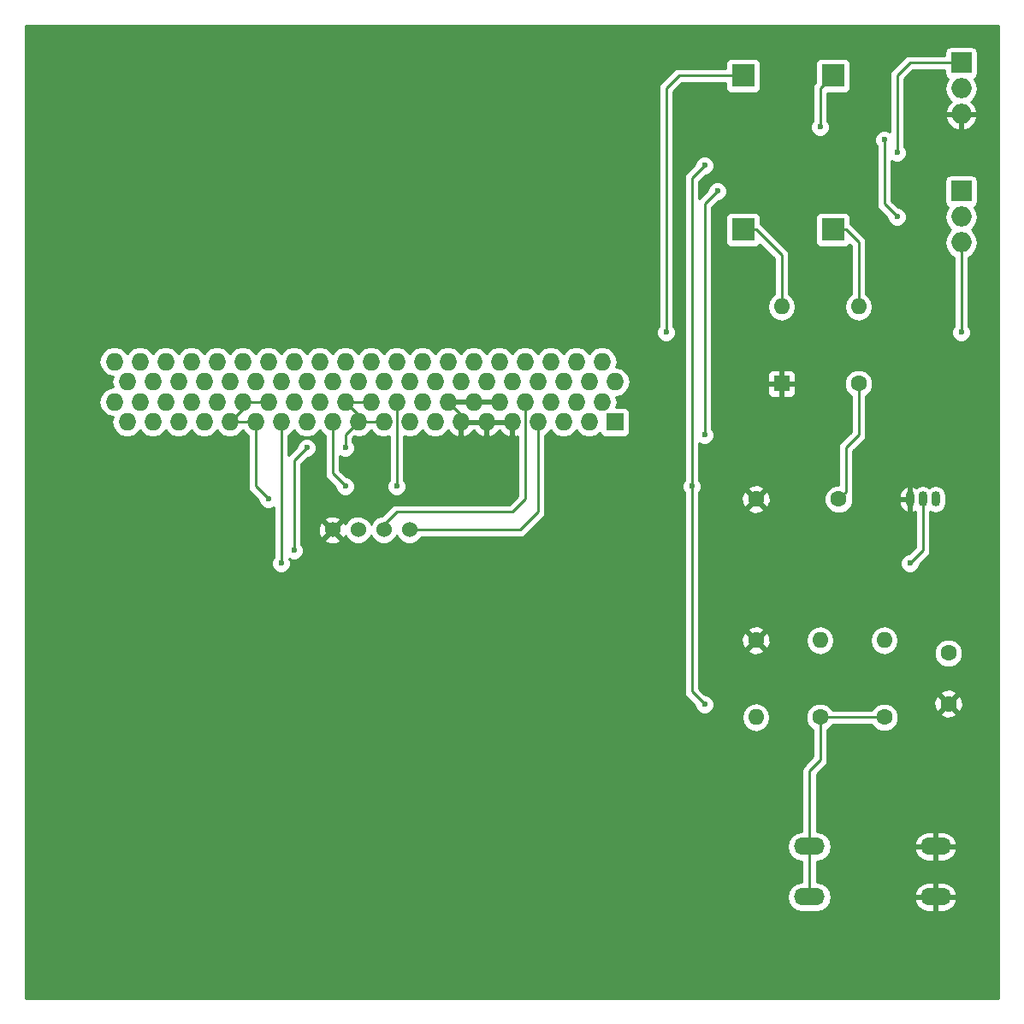
<source format=gbr>
G04 #@! TF.FileFunction,Copper,L1,Top,Signal*
%FSLAX46Y46*%
G04 Gerber Fmt 4.6, Leading zero omitted, Abs format (unit mm)*
G04 Created by KiCad (PCBNEW 4.0.7) date Tuesday, 22 May 2018 'PMt' 14:30:25*
%MOMM*%
%LPD*%
G01*
G04 APERTURE LIST*
%ADD10C,0.100000*%
%ADD11C,1.524000*%
%ADD12O,0.899160X1.501140*%
%ADD13R,1.600000X1.600000*%
%ADD14O,1.600000X1.600000*%
%ADD15R,2.235200X2.235200*%
%ADD16C,1.600000*%
%ADD17O,3.048000X1.727200*%
%ADD18O,1.998980X1.998980*%
%ADD19R,1.998980X1.998980*%
%ADD20O,1.727200X1.727200*%
%ADD21R,1.727200X1.727200*%
%ADD22C,0.600000*%
%ADD23C,0.250000*%
%ADD24C,0.254000*%
G04 APERTURE END LIST*
D10*
D11*
X119380000Y-102108000D03*
X121920000Y-102108000D03*
X124460000Y-102108000D03*
X127000000Y-102108000D03*
D12*
X177800000Y-99060000D03*
X179070000Y-99060000D03*
X176530000Y-99060000D03*
D13*
X163830000Y-87630000D03*
D14*
X163830000Y-80010000D03*
D15*
X160020000Y-57150000D03*
X168910000Y-57150000D03*
X160020000Y-72390000D03*
X168910000Y-72390000D03*
D16*
X171450000Y-87630000D03*
D14*
X171450000Y-80010000D03*
D16*
X180340000Y-114300000D03*
X180340000Y-119300000D03*
X167640000Y-120650000D03*
D14*
X167640000Y-113030000D03*
D16*
X173990000Y-120650000D03*
D14*
X173990000Y-113030000D03*
D16*
X161290000Y-113030000D03*
D14*
X161290000Y-120650000D03*
D17*
X166570000Y-138430000D03*
X166570000Y-133430000D03*
X179070000Y-138430000D03*
X179070000Y-133430000D03*
D18*
X181610000Y-60960000D03*
D19*
X181610000Y-55880000D03*
D18*
X181610000Y-58420000D03*
X181610000Y-73660000D03*
D19*
X181610000Y-68580000D03*
D18*
X181610000Y-71120000D03*
D16*
X161290000Y-99060000D03*
X169490000Y-99060000D03*
D20*
X97790000Y-85440000D03*
X99060000Y-87440000D03*
X100330000Y-85440000D03*
X101600000Y-87440000D03*
X102870000Y-85440000D03*
X104140000Y-87440000D03*
X105410000Y-85440000D03*
X106680000Y-87440000D03*
X107950000Y-85440000D03*
X109220000Y-87440000D03*
X110490000Y-85440000D03*
X111760000Y-87440000D03*
X113030000Y-85440000D03*
X114300000Y-87440000D03*
X115570000Y-85440000D03*
X116840000Y-87440000D03*
X118110000Y-85440000D03*
X119380000Y-87440000D03*
X120650000Y-89440000D03*
X118110000Y-89440000D03*
X115570000Y-89440000D03*
X113030000Y-89440000D03*
X110490000Y-89440000D03*
X107950000Y-89440000D03*
X105410000Y-89440000D03*
X102870000Y-89440000D03*
X100330000Y-89440000D03*
X97790000Y-89440000D03*
X119380000Y-91440000D03*
X116840000Y-91440000D03*
X114300000Y-91440000D03*
X111760000Y-91440000D03*
X109220000Y-91440000D03*
X106680000Y-91440000D03*
X104140000Y-91440000D03*
X101600000Y-91440000D03*
X99060000Y-91440000D03*
X120650000Y-85440000D03*
X146050000Y-85440000D03*
X147320000Y-87440000D03*
X121920000Y-91440000D03*
X124460000Y-91440000D03*
X127000000Y-91440000D03*
X129540000Y-91440000D03*
X132080000Y-91440000D03*
X134620000Y-91440000D03*
X137160000Y-91440000D03*
X139700000Y-91440000D03*
X142240000Y-91440000D03*
X144780000Y-91440000D03*
X123190000Y-89440000D03*
X125730000Y-89440000D03*
X128270000Y-89440000D03*
X130810000Y-89440000D03*
X133350000Y-89440000D03*
X135890000Y-89440000D03*
X138430000Y-89440000D03*
X140970000Y-89440000D03*
X143510000Y-89440000D03*
X146050000Y-89440000D03*
D21*
X147320000Y-91440000D03*
D20*
X144780000Y-87440000D03*
X143510000Y-85440000D03*
X142240000Y-87440000D03*
X140970000Y-85440000D03*
X139700000Y-87440000D03*
X138430000Y-85440000D03*
X137160000Y-87440000D03*
X135890000Y-85440000D03*
X134620000Y-87440000D03*
X133350000Y-85440000D03*
X132080000Y-87440000D03*
X130810000Y-85440000D03*
X129540000Y-87440000D03*
X128270000Y-85440000D03*
X127000000Y-87440000D03*
X125730000Y-85440000D03*
X124460000Y-87440000D03*
X123190000Y-85440000D03*
X121920000Y-87440000D03*
D22*
X152400000Y-82550000D03*
X181610000Y-82550000D03*
X173990000Y-63500000D03*
X167640000Y-62230000D03*
X175260000Y-71120000D03*
X120650000Y-93980000D03*
X116840000Y-93980000D03*
X115570000Y-104140000D03*
X176530000Y-105410000D03*
X114300000Y-105410000D03*
X125730000Y-97790000D03*
X120650000Y-97790000D03*
X154940000Y-97790000D03*
X156210000Y-66040000D03*
X175260000Y-64770000D03*
X156210000Y-119380000D03*
X157480000Y-68580000D03*
X156210000Y-92710000D03*
X113030000Y-99060000D03*
D23*
X132080000Y-91440000D02*
X132080000Y-90710000D01*
X132080000Y-90710000D02*
X130810000Y-89440000D01*
X135890000Y-88900000D02*
X135890000Y-90170000D01*
X163830000Y-80010000D02*
X163830000Y-74930000D01*
X161290000Y-72390000D02*
X160020000Y-72390000D01*
X163830000Y-74930000D02*
X161290000Y-72390000D01*
X152400000Y-82550000D02*
X152400000Y-58420000D01*
X152400000Y-58420000D02*
X153670000Y-57150000D01*
X160020000Y-57150000D02*
X153670000Y-57150000D01*
X181610000Y-82550000D02*
X181610000Y-73660000D01*
X173990000Y-63500000D02*
X173990000Y-69850000D01*
X167640000Y-62230000D02*
X167640000Y-58420000D01*
X168910000Y-57150000D02*
X167640000Y-58420000D01*
X173990000Y-69850000D02*
X175260000Y-71120000D01*
X171450000Y-80010000D02*
X171450000Y-73660000D01*
X170180000Y-72390000D02*
X168910000Y-72390000D01*
X171450000Y-73660000D02*
X170180000Y-72390000D01*
X123190000Y-89440000D02*
X120650000Y-89440000D01*
X120650000Y-89440000D02*
X121920000Y-90710000D01*
X121920000Y-90710000D02*
X121920000Y-91440000D01*
X124460000Y-91440000D02*
X121920000Y-91440000D01*
X120650000Y-93980000D02*
X120650000Y-92710000D01*
X177800000Y-99060000D02*
X177800000Y-104140000D01*
X115570000Y-95250000D02*
X116840000Y-93980000D01*
X115570000Y-104140000D02*
X115570000Y-95250000D01*
X177800000Y-104140000D02*
X176530000Y-105410000D01*
X120650000Y-92710000D02*
X121920000Y-91440000D01*
X139700000Y-91440000D02*
X139700000Y-100330000D01*
X137922000Y-102108000D02*
X139700000Y-100330000D01*
X137922000Y-102108000D02*
X127000000Y-102108000D01*
X138430000Y-89440000D02*
X138430000Y-99060000D01*
X137160000Y-100330000D02*
X138430000Y-99060000D01*
X125730000Y-100330000D02*
X137160000Y-100330000D01*
X125730000Y-100330000D02*
X124460000Y-101600000D01*
X124460000Y-102108000D02*
X124460000Y-101600000D01*
X114300000Y-91440000D02*
X114300000Y-105410000D01*
X125730000Y-97790000D02*
X125730000Y-89440000D01*
X119380000Y-91440000D02*
X119380000Y-96520000D01*
X119380000Y-96520000D02*
X120650000Y-97790000D01*
X154940000Y-67310000D02*
X156210000Y-66040000D01*
X154940000Y-97790000D02*
X154940000Y-67310000D01*
X176530000Y-55880000D02*
X181610000Y-55880000D01*
X175260000Y-57150000D02*
X176530000Y-55880000D01*
X175260000Y-64770000D02*
X175260000Y-57150000D01*
X154940000Y-101600000D02*
X154940000Y-97790000D01*
X154940000Y-118110000D02*
X154940000Y-101600000D01*
X156210000Y-119380000D02*
X154940000Y-118110000D01*
X156210000Y-69850000D02*
X157480000Y-68580000D01*
X156210000Y-92710000D02*
X156210000Y-69850000D01*
X110490000Y-89440000D02*
X113030000Y-89440000D01*
X111760000Y-91440000D02*
X109220000Y-91440000D01*
X109220000Y-91440000D02*
X110490000Y-90170000D01*
X110490000Y-90170000D02*
X110490000Y-89440000D01*
X113030000Y-99060000D02*
X111760000Y-97790000D01*
X111760000Y-97790000D02*
X111760000Y-91440000D01*
X171450000Y-87630000D02*
X171450000Y-92710000D01*
X170180000Y-98370000D02*
X169490000Y-99060000D01*
X170180000Y-93980000D02*
X170180000Y-98370000D01*
X171450000Y-92710000D02*
X170180000Y-93980000D01*
X110490000Y-88900000D02*
X110490000Y-90170000D01*
X166570000Y-133430000D02*
X166570000Y-138430000D01*
X166570000Y-133430000D02*
X166570000Y-125930000D01*
X167640000Y-124860000D02*
X167640000Y-120650000D01*
X166570000Y-125930000D02*
X167640000Y-124860000D01*
X167640000Y-120650000D02*
X173990000Y-120650000D01*
D24*
G36*
X185293000Y-148463000D02*
X89027000Y-148463000D01*
X89027000Y-133430000D01*
X164368703Y-133430000D01*
X164482777Y-134003489D01*
X164807633Y-134489670D01*
X165293814Y-134814526D01*
X165810000Y-134917202D01*
X165810000Y-136942798D01*
X165293814Y-137045474D01*
X164807633Y-137370330D01*
X164482777Y-137856511D01*
X164368703Y-138430000D01*
X164482777Y-139003489D01*
X164807633Y-139489670D01*
X165293814Y-139814526D01*
X165867303Y-139928600D01*
X167272697Y-139928600D01*
X167846186Y-139814526D01*
X168332367Y-139489670D01*
X168657223Y-139003489D01*
X168699882Y-138789026D01*
X176954642Y-138789026D01*
X176976473Y-138886157D01*
X177260127Y-139399868D01*
X177718778Y-139765925D01*
X178282600Y-139928600D01*
X178943000Y-139928600D01*
X178943000Y-138557000D01*
X179197000Y-138557000D01*
X179197000Y-139928600D01*
X179857400Y-139928600D01*
X180421222Y-139765925D01*
X180879873Y-139399868D01*
X181163527Y-138886157D01*
X181185358Y-138789026D01*
X181064217Y-138557000D01*
X179197000Y-138557000D01*
X178943000Y-138557000D01*
X177075783Y-138557000D01*
X176954642Y-138789026D01*
X168699882Y-138789026D01*
X168771297Y-138430000D01*
X168699883Y-138070974D01*
X176954642Y-138070974D01*
X177075783Y-138303000D01*
X178943000Y-138303000D01*
X178943000Y-136931400D01*
X179197000Y-136931400D01*
X179197000Y-138303000D01*
X181064217Y-138303000D01*
X181185358Y-138070974D01*
X181163527Y-137973843D01*
X180879873Y-137460132D01*
X180421222Y-137094075D01*
X179857400Y-136931400D01*
X179197000Y-136931400D01*
X178943000Y-136931400D01*
X178282600Y-136931400D01*
X177718778Y-137094075D01*
X177260127Y-137460132D01*
X176976473Y-137973843D01*
X176954642Y-138070974D01*
X168699883Y-138070974D01*
X168657223Y-137856511D01*
X168332367Y-137370330D01*
X167846186Y-137045474D01*
X167330000Y-136942798D01*
X167330000Y-134917202D01*
X167846186Y-134814526D01*
X168332367Y-134489670D01*
X168657223Y-134003489D01*
X168699882Y-133789026D01*
X176954642Y-133789026D01*
X176976473Y-133886157D01*
X177260127Y-134399868D01*
X177718778Y-134765925D01*
X178282600Y-134928600D01*
X178943000Y-134928600D01*
X178943000Y-133557000D01*
X179197000Y-133557000D01*
X179197000Y-134928600D01*
X179857400Y-134928600D01*
X180421222Y-134765925D01*
X180879873Y-134399868D01*
X181163527Y-133886157D01*
X181185358Y-133789026D01*
X181064217Y-133557000D01*
X179197000Y-133557000D01*
X178943000Y-133557000D01*
X177075783Y-133557000D01*
X176954642Y-133789026D01*
X168699882Y-133789026D01*
X168771297Y-133430000D01*
X168699883Y-133070974D01*
X176954642Y-133070974D01*
X177075783Y-133303000D01*
X178943000Y-133303000D01*
X178943000Y-131931400D01*
X179197000Y-131931400D01*
X179197000Y-133303000D01*
X181064217Y-133303000D01*
X181185358Y-133070974D01*
X181163527Y-132973843D01*
X180879873Y-132460132D01*
X180421222Y-132094075D01*
X179857400Y-131931400D01*
X179197000Y-131931400D01*
X178943000Y-131931400D01*
X178282600Y-131931400D01*
X177718778Y-132094075D01*
X177260127Y-132460132D01*
X176976473Y-132973843D01*
X176954642Y-133070974D01*
X168699883Y-133070974D01*
X168657223Y-132856511D01*
X168332367Y-132370330D01*
X167846186Y-132045474D01*
X167330000Y-131942798D01*
X167330000Y-126244802D01*
X168177401Y-125397401D01*
X168342148Y-125150839D01*
X168400000Y-124860000D01*
X168400000Y-121888646D01*
X168451800Y-121867243D01*
X168855824Y-121463923D01*
X168878215Y-121410000D01*
X172751354Y-121410000D01*
X172772757Y-121461800D01*
X173176077Y-121865824D01*
X173703309Y-122084750D01*
X174274187Y-122085248D01*
X174801800Y-121867243D01*
X175205824Y-121463923D01*
X175424750Y-120936691D01*
X175425248Y-120365813D01*
X175401255Y-120307745D01*
X179511861Y-120307745D01*
X179585995Y-120553864D01*
X180123223Y-120746965D01*
X180693454Y-120719778D01*
X181094005Y-120553864D01*
X181168139Y-120307745D01*
X180340000Y-119479605D01*
X179511861Y-120307745D01*
X175401255Y-120307745D01*
X175207243Y-119838200D01*
X174803923Y-119434176D01*
X174276691Y-119215250D01*
X173705813Y-119214752D01*
X173178200Y-119432757D01*
X172774176Y-119836077D01*
X172751785Y-119890000D01*
X168878646Y-119890000D01*
X168857243Y-119838200D01*
X168453923Y-119434176D01*
X167926691Y-119215250D01*
X167355813Y-119214752D01*
X166828200Y-119432757D01*
X166424176Y-119836077D01*
X166205250Y-120363309D01*
X166204752Y-120934187D01*
X166422757Y-121461800D01*
X166826077Y-121865824D01*
X166880000Y-121888215D01*
X166880000Y-124545198D01*
X166032599Y-125392599D01*
X165867852Y-125639161D01*
X165810000Y-125930000D01*
X165810000Y-131942798D01*
X165293814Y-132045474D01*
X164807633Y-132370330D01*
X164482777Y-132856511D01*
X164368703Y-133430000D01*
X89027000Y-133430000D01*
X89027000Y-120621887D01*
X159855000Y-120621887D01*
X159855000Y-120678113D01*
X159964233Y-121227264D01*
X160275302Y-121692811D01*
X160740849Y-122003880D01*
X161290000Y-122113113D01*
X161839151Y-122003880D01*
X162304698Y-121692811D01*
X162615767Y-121227264D01*
X162725000Y-120678113D01*
X162725000Y-120621887D01*
X162615767Y-120072736D01*
X162304698Y-119607189D01*
X161839151Y-119296120D01*
X161290000Y-119186887D01*
X160740849Y-119296120D01*
X160275302Y-119607189D01*
X159964233Y-120072736D01*
X159855000Y-120621887D01*
X89027000Y-120621887D01*
X89027000Y-85440000D01*
X96262041Y-85440000D01*
X96376115Y-86013489D01*
X96700971Y-86499670D01*
X97187152Y-86824526D01*
X97636680Y-86913943D01*
X97532041Y-87440000D01*
X97636680Y-87966057D01*
X97187152Y-88055474D01*
X96700971Y-88380330D01*
X96376115Y-88866511D01*
X96262041Y-89440000D01*
X96376115Y-90013489D01*
X96700971Y-90499670D01*
X97187152Y-90824526D01*
X97636680Y-90913943D01*
X97532041Y-91440000D01*
X97646115Y-92013489D01*
X97970971Y-92499670D01*
X98457152Y-92824526D01*
X99030641Y-92938600D01*
X99089359Y-92938600D01*
X99662848Y-92824526D01*
X100149029Y-92499670D01*
X100330000Y-92228828D01*
X100510971Y-92499670D01*
X100997152Y-92824526D01*
X101570641Y-92938600D01*
X101629359Y-92938600D01*
X102202848Y-92824526D01*
X102689029Y-92499670D01*
X102870000Y-92228828D01*
X103050971Y-92499670D01*
X103537152Y-92824526D01*
X104110641Y-92938600D01*
X104169359Y-92938600D01*
X104742848Y-92824526D01*
X105229029Y-92499670D01*
X105410000Y-92228828D01*
X105590971Y-92499670D01*
X106077152Y-92824526D01*
X106650641Y-92938600D01*
X106709359Y-92938600D01*
X107282848Y-92824526D01*
X107769029Y-92499670D01*
X107950000Y-92228828D01*
X108130971Y-92499670D01*
X108617152Y-92824526D01*
X109190641Y-92938600D01*
X109249359Y-92938600D01*
X109822848Y-92824526D01*
X110309029Y-92499670D01*
X110490000Y-92228828D01*
X110670971Y-92499670D01*
X111000000Y-92719520D01*
X111000000Y-97790000D01*
X111057852Y-98080839D01*
X111222599Y-98327401D01*
X112094878Y-99199680D01*
X112094838Y-99245167D01*
X112236883Y-99588943D01*
X112499673Y-99852192D01*
X112843201Y-99994838D01*
X113215167Y-99995162D01*
X113540000Y-99860944D01*
X113540000Y-104847537D01*
X113507808Y-104879673D01*
X113365162Y-105223201D01*
X113364838Y-105595167D01*
X113506883Y-105938943D01*
X113769673Y-106202192D01*
X114113201Y-106344838D01*
X114485167Y-106345162D01*
X114828943Y-106203117D01*
X115092192Y-105940327D01*
X115234838Y-105596799D01*
X115235162Y-105224833D01*
X115129690Y-104969570D01*
X115383201Y-105074838D01*
X115755167Y-105075162D01*
X116098943Y-104933117D01*
X116362192Y-104670327D01*
X116504838Y-104326799D01*
X116505162Y-103954833D01*
X116363117Y-103611057D01*
X116330000Y-103577882D01*
X116330000Y-103088213D01*
X118579392Y-103088213D01*
X118648857Y-103330397D01*
X119172302Y-103517144D01*
X119727368Y-103489362D01*
X120111143Y-103330397D01*
X120180608Y-103088213D01*
X119380000Y-102287605D01*
X118579392Y-103088213D01*
X116330000Y-103088213D01*
X116330000Y-101900302D01*
X117970856Y-101900302D01*
X117998638Y-102455368D01*
X118157603Y-102839143D01*
X118399787Y-102908608D01*
X119200395Y-102108000D01*
X118399787Y-101307392D01*
X118157603Y-101376857D01*
X117970856Y-101900302D01*
X116330000Y-101900302D01*
X116330000Y-101127787D01*
X118579392Y-101127787D01*
X119380000Y-101928395D01*
X120180608Y-101127787D01*
X120111143Y-100885603D01*
X119587698Y-100698856D01*
X119032632Y-100726638D01*
X118648857Y-100885603D01*
X118579392Y-101127787D01*
X116330000Y-101127787D01*
X116330000Y-95564802D01*
X116979680Y-94915122D01*
X117025167Y-94915162D01*
X117368943Y-94773117D01*
X117632192Y-94510327D01*
X117774838Y-94166799D01*
X117775162Y-93794833D01*
X117633117Y-93451057D01*
X117370327Y-93187808D01*
X117026799Y-93045162D01*
X116654833Y-93044838D01*
X116311057Y-93186883D01*
X116047808Y-93449673D01*
X115905162Y-93793201D01*
X115905121Y-93840077D01*
X115060000Y-94685198D01*
X115060000Y-92719520D01*
X115389029Y-92499670D01*
X115570000Y-92228828D01*
X115750971Y-92499670D01*
X116237152Y-92824526D01*
X116810641Y-92938600D01*
X116869359Y-92938600D01*
X117442848Y-92824526D01*
X117929029Y-92499670D01*
X118110000Y-92228828D01*
X118290971Y-92499670D01*
X118620000Y-92719520D01*
X118620000Y-96520000D01*
X118677852Y-96810839D01*
X118842599Y-97057401D01*
X119714878Y-97929680D01*
X119714838Y-97975167D01*
X119856883Y-98318943D01*
X120119673Y-98582192D01*
X120463201Y-98724838D01*
X120835167Y-98725162D01*
X121178943Y-98583117D01*
X121442192Y-98320327D01*
X121584838Y-97976799D01*
X121585162Y-97604833D01*
X121443117Y-97261057D01*
X121180327Y-96997808D01*
X120836799Y-96855162D01*
X120789923Y-96855121D01*
X120140000Y-96205198D01*
X120140000Y-94780633D01*
X120463201Y-94914838D01*
X120835167Y-94915162D01*
X121178943Y-94773117D01*
X121442192Y-94510327D01*
X121584838Y-94166799D01*
X121585162Y-93794833D01*
X121443117Y-93451057D01*
X121410000Y-93417882D01*
X121410000Y-93024802D01*
X121561644Y-92873158D01*
X121890641Y-92938600D01*
X121949359Y-92938600D01*
X122522848Y-92824526D01*
X123009029Y-92499670D01*
X123190000Y-92228828D01*
X123370971Y-92499670D01*
X123857152Y-92824526D01*
X124430641Y-92938600D01*
X124489359Y-92938600D01*
X124970000Y-92842995D01*
X124970000Y-97227537D01*
X124937808Y-97259673D01*
X124795162Y-97603201D01*
X124794838Y-97975167D01*
X124936883Y-98318943D01*
X125199673Y-98582192D01*
X125543201Y-98724838D01*
X125915167Y-98725162D01*
X126258943Y-98583117D01*
X126522192Y-98320327D01*
X126664838Y-97976799D01*
X126665162Y-97604833D01*
X126523117Y-97261057D01*
X126490000Y-97227882D01*
X126490000Y-92842995D01*
X126970641Y-92938600D01*
X127029359Y-92938600D01*
X127602848Y-92824526D01*
X128089029Y-92499670D01*
X128270000Y-92228828D01*
X128450971Y-92499670D01*
X128937152Y-92824526D01*
X129510641Y-92938600D01*
X129569359Y-92938600D01*
X130142848Y-92824526D01*
X130629029Y-92499670D01*
X130809992Y-92228839D01*
X131191510Y-92646821D01*
X131720973Y-92894968D01*
X131953000Y-92774469D01*
X131953000Y-91567000D01*
X132207000Y-91567000D01*
X132207000Y-92774469D01*
X132439027Y-92894968D01*
X132968490Y-92646821D01*
X133350000Y-92228848D01*
X133731510Y-92646821D01*
X134260973Y-92894968D01*
X134493000Y-92774469D01*
X134493000Y-91567000D01*
X134747000Y-91567000D01*
X134747000Y-92774469D01*
X134979027Y-92894968D01*
X135508490Y-92646821D01*
X135890000Y-92228848D01*
X136271510Y-92646821D01*
X136800973Y-92894968D01*
X137033000Y-92774469D01*
X137033000Y-91567000D01*
X134747000Y-91567000D01*
X134493000Y-91567000D01*
X132207000Y-91567000D01*
X131953000Y-91567000D01*
X131933000Y-91567000D01*
X131933000Y-91313000D01*
X131953000Y-91313000D01*
X131953000Y-91293000D01*
X132207000Y-91293000D01*
X132207000Y-91313000D01*
X134493000Y-91313000D01*
X134493000Y-91293000D01*
X134747000Y-91293000D01*
X134747000Y-91313000D01*
X137033000Y-91313000D01*
X137033000Y-91293000D01*
X137287000Y-91293000D01*
X137287000Y-91313000D01*
X137307000Y-91313000D01*
X137307000Y-91567000D01*
X137287000Y-91567000D01*
X137287000Y-92774469D01*
X137519027Y-92894968D01*
X137670000Y-92824210D01*
X137670000Y-98745198D01*
X136845198Y-99570000D01*
X125730000Y-99570000D01*
X125439160Y-99627852D01*
X125192599Y-99792599D01*
X124274361Y-100710837D01*
X124183339Y-100710758D01*
X123669697Y-100922990D01*
X123276371Y-101315630D01*
X123190051Y-101523512D01*
X123105010Y-101317697D01*
X122712370Y-100924371D01*
X122199100Y-100711243D01*
X121643339Y-100710758D01*
X121129697Y-100922990D01*
X120736371Y-101315630D01*
X120656605Y-101507727D01*
X120602397Y-101376857D01*
X120360213Y-101307392D01*
X119559605Y-102108000D01*
X120360213Y-102908608D01*
X120602397Y-102839143D01*
X120652509Y-102698682D01*
X120734990Y-102898303D01*
X121127630Y-103291629D01*
X121640900Y-103504757D01*
X122196661Y-103505242D01*
X122710303Y-103293010D01*
X123103629Y-102900370D01*
X123189949Y-102692488D01*
X123274990Y-102898303D01*
X123667630Y-103291629D01*
X124180900Y-103504757D01*
X124736661Y-103505242D01*
X125250303Y-103293010D01*
X125643629Y-102900370D01*
X125729949Y-102692488D01*
X125814990Y-102898303D01*
X126207630Y-103291629D01*
X126720900Y-103504757D01*
X127276661Y-103505242D01*
X127790303Y-103293010D01*
X128183629Y-102900370D01*
X128197070Y-102868000D01*
X137922000Y-102868000D01*
X138212839Y-102810148D01*
X138459401Y-102645401D01*
X140237401Y-100867401D01*
X140402148Y-100620839D01*
X140460000Y-100330000D01*
X140460000Y-97975167D01*
X154004838Y-97975167D01*
X154146883Y-98318943D01*
X154180000Y-98352118D01*
X154180000Y-118110000D01*
X154237852Y-118400839D01*
X154402599Y-118647401D01*
X155274878Y-119519680D01*
X155274838Y-119565167D01*
X155416883Y-119908943D01*
X155679673Y-120172192D01*
X156023201Y-120314838D01*
X156395167Y-120315162D01*
X156738943Y-120173117D01*
X157002192Y-119910327D01*
X157144838Y-119566799D01*
X157145162Y-119194833D01*
X157099046Y-119083223D01*
X178893035Y-119083223D01*
X178920222Y-119653454D01*
X179086136Y-120054005D01*
X179332255Y-120128139D01*
X180160395Y-119300000D01*
X180519605Y-119300000D01*
X181347745Y-120128139D01*
X181593864Y-120054005D01*
X181786965Y-119516777D01*
X181759778Y-118946546D01*
X181593864Y-118545995D01*
X181347745Y-118471861D01*
X180519605Y-119300000D01*
X180160395Y-119300000D01*
X179332255Y-118471861D01*
X179086136Y-118545995D01*
X178893035Y-119083223D01*
X157099046Y-119083223D01*
X157003117Y-118851057D01*
X156740327Y-118587808D01*
X156396799Y-118445162D01*
X156349923Y-118445121D01*
X156197057Y-118292255D01*
X179511861Y-118292255D01*
X180340000Y-119120395D01*
X181168139Y-118292255D01*
X181094005Y-118046136D01*
X180556777Y-117853035D01*
X179986546Y-117880222D01*
X179585995Y-118046136D01*
X179511861Y-118292255D01*
X156197057Y-118292255D01*
X155700000Y-117795198D01*
X155700000Y-114584187D01*
X178904752Y-114584187D01*
X179122757Y-115111800D01*
X179526077Y-115515824D01*
X180053309Y-115734750D01*
X180624187Y-115735248D01*
X181151800Y-115517243D01*
X181555824Y-115113923D01*
X181774750Y-114586691D01*
X181775248Y-114015813D01*
X181557243Y-113488200D01*
X181153923Y-113084176D01*
X180626691Y-112865250D01*
X180055813Y-112864752D01*
X179528200Y-113082757D01*
X179124176Y-113486077D01*
X178905250Y-114013309D01*
X178904752Y-114584187D01*
X155700000Y-114584187D01*
X155700000Y-114037745D01*
X160461861Y-114037745D01*
X160535995Y-114283864D01*
X161073223Y-114476965D01*
X161643454Y-114449778D01*
X162044005Y-114283864D01*
X162118139Y-114037745D01*
X161290000Y-113209605D01*
X160461861Y-114037745D01*
X155700000Y-114037745D01*
X155700000Y-112813223D01*
X159843035Y-112813223D01*
X159870222Y-113383454D01*
X160036136Y-113784005D01*
X160282255Y-113858139D01*
X161110395Y-113030000D01*
X161469605Y-113030000D01*
X162297745Y-113858139D01*
X162543864Y-113784005D01*
X162736965Y-113246777D01*
X162725290Y-113001887D01*
X166205000Y-113001887D01*
X166205000Y-113058113D01*
X166314233Y-113607264D01*
X166625302Y-114072811D01*
X167090849Y-114383880D01*
X167640000Y-114493113D01*
X168189151Y-114383880D01*
X168654698Y-114072811D01*
X168965767Y-113607264D01*
X169075000Y-113058113D01*
X169075000Y-113001887D01*
X172555000Y-113001887D01*
X172555000Y-113058113D01*
X172664233Y-113607264D01*
X172975302Y-114072811D01*
X173440849Y-114383880D01*
X173990000Y-114493113D01*
X174539151Y-114383880D01*
X175004698Y-114072811D01*
X175315767Y-113607264D01*
X175425000Y-113058113D01*
X175425000Y-113001887D01*
X175315767Y-112452736D01*
X175004698Y-111987189D01*
X174539151Y-111676120D01*
X173990000Y-111566887D01*
X173440849Y-111676120D01*
X172975302Y-111987189D01*
X172664233Y-112452736D01*
X172555000Y-113001887D01*
X169075000Y-113001887D01*
X168965767Y-112452736D01*
X168654698Y-111987189D01*
X168189151Y-111676120D01*
X167640000Y-111566887D01*
X167090849Y-111676120D01*
X166625302Y-111987189D01*
X166314233Y-112452736D01*
X166205000Y-113001887D01*
X162725290Y-113001887D01*
X162709778Y-112676546D01*
X162543864Y-112275995D01*
X162297745Y-112201861D01*
X161469605Y-113030000D01*
X161110395Y-113030000D01*
X160282255Y-112201861D01*
X160036136Y-112275995D01*
X159843035Y-112813223D01*
X155700000Y-112813223D01*
X155700000Y-112022255D01*
X160461861Y-112022255D01*
X161290000Y-112850395D01*
X162118139Y-112022255D01*
X162044005Y-111776136D01*
X161506777Y-111583035D01*
X160936546Y-111610222D01*
X160535995Y-111776136D01*
X160461861Y-112022255D01*
X155700000Y-112022255D01*
X155700000Y-105595167D01*
X175594838Y-105595167D01*
X175736883Y-105938943D01*
X175999673Y-106202192D01*
X176343201Y-106344838D01*
X176715167Y-106345162D01*
X177058943Y-106203117D01*
X177322192Y-105940327D01*
X177464838Y-105596799D01*
X177464879Y-105549923D01*
X178337401Y-104677401D01*
X178502148Y-104430840D01*
X178560000Y-104140000D01*
X178560000Y-100326713D01*
X178654949Y-100390156D01*
X179070000Y-100472715D01*
X179485051Y-100390156D01*
X179836914Y-100155049D01*
X180072021Y-99803186D01*
X180154580Y-99388135D01*
X180154580Y-98731865D01*
X180072021Y-98316814D01*
X179836914Y-97964951D01*
X179485051Y-97729844D01*
X179070000Y-97647285D01*
X178654949Y-97729844D01*
X178435000Y-97876809D01*
X178215051Y-97729844D01*
X177800000Y-97647285D01*
X177384949Y-97729844D01*
X177160762Y-97879641D01*
X176823935Y-97715019D01*
X176657000Y-97841932D01*
X176657000Y-98933000D01*
X176677000Y-98933000D01*
X176677000Y-99187000D01*
X176657000Y-99187000D01*
X176657000Y-100278068D01*
X176823935Y-100404981D01*
X177040000Y-100299381D01*
X177040000Y-103825198D01*
X176390320Y-104474878D01*
X176344833Y-104474838D01*
X176001057Y-104616883D01*
X175737808Y-104879673D01*
X175595162Y-105223201D01*
X175594838Y-105595167D01*
X155700000Y-105595167D01*
X155700000Y-100067745D01*
X160461861Y-100067745D01*
X160535995Y-100313864D01*
X161073223Y-100506965D01*
X161643454Y-100479778D01*
X162044005Y-100313864D01*
X162118139Y-100067745D01*
X161290000Y-99239605D01*
X160461861Y-100067745D01*
X155700000Y-100067745D01*
X155700000Y-98843223D01*
X159843035Y-98843223D01*
X159870222Y-99413454D01*
X160036136Y-99814005D01*
X160282255Y-99888139D01*
X161110395Y-99060000D01*
X161469605Y-99060000D01*
X162297745Y-99888139D01*
X162543864Y-99814005D01*
X162712735Y-99344187D01*
X168054752Y-99344187D01*
X168272757Y-99871800D01*
X168676077Y-100275824D01*
X169203309Y-100494750D01*
X169774187Y-100495248D01*
X170301800Y-100277243D01*
X170705824Y-99873923D01*
X170924750Y-99346691D01*
X170924889Y-99187000D01*
X175445420Y-99187000D01*
X175445420Y-99487990D01*
X175576580Y-99893373D01*
X175852889Y-100217706D01*
X176236065Y-100404981D01*
X176403000Y-100278068D01*
X176403000Y-99187000D01*
X175445420Y-99187000D01*
X170924889Y-99187000D01*
X170925248Y-98775813D01*
X170879426Y-98664914D01*
X170882148Y-98660840D01*
X170887882Y-98632010D01*
X175445420Y-98632010D01*
X175445420Y-98933000D01*
X176403000Y-98933000D01*
X176403000Y-97841932D01*
X176236065Y-97715019D01*
X175852889Y-97902294D01*
X175576580Y-98226627D01*
X175445420Y-98632010D01*
X170887882Y-98632010D01*
X170940000Y-98370000D01*
X170940000Y-94294802D01*
X171987401Y-93247401D01*
X172152148Y-93000840D01*
X172210000Y-92710000D01*
X172210000Y-88868646D01*
X172261800Y-88847243D01*
X172665824Y-88443923D01*
X172884750Y-87916691D01*
X172885248Y-87345813D01*
X172667243Y-86818200D01*
X172263923Y-86414176D01*
X171736691Y-86195250D01*
X171165813Y-86194752D01*
X170638200Y-86412757D01*
X170234176Y-86816077D01*
X170015250Y-87343309D01*
X170014752Y-87914187D01*
X170232757Y-88441800D01*
X170636077Y-88845824D01*
X170690000Y-88868215D01*
X170690000Y-92395198D01*
X169642599Y-93442599D01*
X169477852Y-93689161D01*
X169420000Y-93980000D01*
X169420000Y-97624939D01*
X169205813Y-97624752D01*
X168678200Y-97842757D01*
X168274176Y-98246077D01*
X168055250Y-98773309D01*
X168054752Y-99344187D01*
X162712735Y-99344187D01*
X162736965Y-99276777D01*
X162709778Y-98706546D01*
X162543864Y-98305995D01*
X162297745Y-98231861D01*
X161469605Y-99060000D01*
X161110395Y-99060000D01*
X160282255Y-98231861D01*
X160036136Y-98305995D01*
X159843035Y-98843223D01*
X155700000Y-98843223D01*
X155700000Y-98352463D01*
X155732192Y-98320327D01*
X155843505Y-98052255D01*
X160461861Y-98052255D01*
X161290000Y-98880395D01*
X162118139Y-98052255D01*
X162044005Y-97806136D01*
X161506777Y-97613035D01*
X160936546Y-97640222D01*
X160535995Y-97806136D01*
X160461861Y-98052255D01*
X155843505Y-98052255D01*
X155874838Y-97976799D01*
X155875162Y-97604833D01*
X155733117Y-97261057D01*
X155700000Y-97227882D01*
X155700000Y-93510633D01*
X156023201Y-93644838D01*
X156395167Y-93645162D01*
X156738943Y-93503117D01*
X157002192Y-93240327D01*
X157144838Y-92896799D01*
X157145162Y-92524833D01*
X157003117Y-92181057D01*
X156970000Y-92147882D01*
X156970000Y-87915750D01*
X162395000Y-87915750D01*
X162395000Y-88556309D01*
X162491673Y-88789698D01*
X162670301Y-88968327D01*
X162903690Y-89065000D01*
X163544250Y-89065000D01*
X163703000Y-88906250D01*
X163703000Y-87757000D01*
X163957000Y-87757000D01*
X163957000Y-88906250D01*
X164115750Y-89065000D01*
X164756310Y-89065000D01*
X164989699Y-88968327D01*
X165168327Y-88789698D01*
X165265000Y-88556309D01*
X165265000Y-87915750D01*
X165106250Y-87757000D01*
X163957000Y-87757000D01*
X163703000Y-87757000D01*
X162553750Y-87757000D01*
X162395000Y-87915750D01*
X156970000Y-87915750D01*
X156970000Y-86703691D01*
X162395000Y-86703691D01*
X162395000Y-87344250D01*
X162553750Y-87503000D01*
X163703000Y-87503000D01*
X163703000Y-86353750D01*
X163957000Y-86353750D01*
X163957000Y-87503000D01*
X165106250Y-87503000D01*
X165265000Y-87344250D01*
X165265000Y-86703691D01*
X165168327Y-86470302D01*
X164989699Y-86291673D01*
X164756310Y-86195000D01*
X164115750Y-86195000D01*
X163957000Y-86353750D01*
X163703000Y-86353750D01*
X163544250Y-86195000D01*
X162903690Y-86195000D01*
X162670301Y-86291673D01*
X162491673Y-86470302D01*
X162395000Y-86703691D01*
X156970000Y-86703691D01*
X156970000Y-71272400D01*
X158254960Y-71272400D01*
X158254960Y-73507600D01*
X158299238Y-73742917D01*
X158438310Y-73959041D01*
X158650510Y-74104031D01*
X158902400Y-74155040D01*
X161137600Y-74155040D01*
X161372917Y-74110762D01*
X161589041Y-73971690D01*
X161673410Y-73848212D01*
X163070000Y-75244802D01*
X163070000Y-78797005D01*
X162815302Y-78967189D01*
X162504233Y-79432736D01*
X162395000Y-79981887D01*
X162395000Y-80038113D01*
X162504233Y-80587264D01*
X162815302Y-81052811D01*
X163280849Y-81363880D01*
X163830000Y-81473113D01*
X164379151Y-81363880D01*
X164844698Y-81052811D01*
X165155767Y-80587264D01*
X165265000Y-80038113D01*
X165265000Y-79981887D01*
X165155767Y-79432736D01*
X164844698Y-78967189D01*
X164590000Y-78797005D01*
X164590000Y-74930000D01*
X164532148Y-74639161D01*
X164532148Y-74639160D01*
X164367401Y-74392599D01*
X161827401Y-71852599D01*
X161785040Y-71824294D01*
X161785040Y-71272400D01*
X167144960Y-71272400D01*
X167144960Y-73507600D01*
X167189238Y-73742917D01*
X167328310Y-73959041D01*
X167540510Y-74104031D01*
X167792400Y-74155040D01*
X170027600Y-74155040D01*
X170262917Y-74110762D01*
X170479041Y-73971690D01*
X170563410Y-73848212D01*
X170690000Y-73974802D01*
X170690000Y-78797005D01*
X170435302Y-78967189D01*
X170124233Y-79432736D01*
X170015000Y-79981887D01*
X170015000Y-80038113D01*
X170124233Y-80587264D01*
X170435302Y-81052811D01*
X170900849Y-81363880D01*
X171450000Y-81473113D01*
X171999151Y-81363880D01*
X172464698Y-81052811D01*
X172775767Y-80587264D01*
X172885000Y-80038113D01*
X172885000Y-79981887D01*
X172775767Y-79432736D01*
X172464698Y-78967189D01*
X172210000Y-78797005D01*
X172210000Y-73660000D01*
X172203630Y-73627978D01*
X172152148Y-73369160D01*
X171987401Y-73122599D01*
X170717401Y-71852599D01*
X170675040Y-71824294D01*
X170675040Y-71272400D01*
X170630762Y-71037083D01*
X170491690Y-70820959D01*
X170279490Y-70675969D01*
X170027600Y-70624960D01*
X167792400Y-70624960D01*
X167557083Y-70669238D01*
X167340959Y-70808310D01*
X167195969Y-71020510D01*
X167144960Y-71272400D01*
X161785040Y-71272400D01*
X161740762Y-71037083D01*
X161601690Y-70820959D01*
X161389490Y-70675969D01*
X161137600Y-70624960D01*
X158902400Y-70624960D01*
X158667083Y-70669238D01*
X158450959Y-70808310D01*
X158305969Y-71020510D01*
X158254960Y-71272400D01*
X156970000Y-71272400D01*
X156970000Y-70164802D01*
X157619680Y-69515122D01*
X157665167Y-69515162D01*
X158008943Y-69373117D01*
X158272192Y-69110327D01*
X158414838Y-68766799D01*
X158415162Y-68394833D01*
X158273117Y-68051057D01*
X158010327Y-67787808D01*
X157666799Y-67645162D01*
X157294833Y-67644838D01*
X156951057Y-67786883D01*
X156687808Y-68049673D01*
X156545162Y-68393201D01*
X156545121Y-68440077D01*
X155700000Y-69285198D01*
X155700000Y-67624802D01*
X156349680Y-66975122D01*
X156395167Y-66975162D01*
X156738943Y-66833117D01*
X157002192Y-66570327D01*
X157144838Y-66226799D01*
X157145162Y-65854833D01*
X157003117Y-65511057D01*
X156740327Y-65247808D01*
X156396799Y-65105162D01*
X156024833Y-65104838D01*
X155681057Y-65246883D01*
X155417808Y-65509673D01*
X155275162Y-65853201D01*
X155275121Y-65900077D01*
X154402599Y-66772599D01*
X154237852Y-67019161D01*
X154180000Y-67310000D01*
X154180000Y-97227537D01*
X154147808Y-97259673D01*
X154005162Y-97603201D01*
X154004838Y-97975167D01*
X140460000Y-97975167D01*
X140460000Y-92719520D01*
X140789029Y-92499670D01*
X140970000Y-92228828D01*
X141150971Y-92499670D01*
X141637152Y-92824526D01*
X142210641Y-92938600D01*
X142269359Y-92938600D01*
X142842848Y-92824526D01*
X143329029Y-92499670D01*
X143510000Y-92228828D01*
X143690971Y-92499670D01*
X144177152Y-92824526D01*
X144750641Y-92938600D01*
X144809359Y-92938600D01*
X145382848Y-92824526D01*
X145848442Y-92513426D01*
X145853238Y-92538917D01*
X145992310Y-92755041D01*
X146204510Y-92900031D01*
X146456400Y-92951040D01*
X148183600Y-92951040D01*
X148418917Y-92906762D01*
X148635041Y-92767690D01*
X148780031Y-92555490D01*
X148831040Y-92303600D01*
X148831040Y-90576400D01*
X148786762Y-90341083D01*
X148647690Y-90124959D01*
X148435490Y-89979969D01*
X148183600Y-89928960D01*
X147480699Y-89928960D01*
X147577959Y-89440000D01*
X147473320Y-88913943D01*
X147922848Y-88824526D01*
X148409029Y-88499670D01*
X148733885Y-88013489D01*
X148847959Y-87440000D01*
X148733885Y-86866511D01*
X148409029Y-86380330D01*
X147922848Y-86055474D01*
X147473320Y-85966057D01*
X147577959Y-85440000D01*
X147463885Y-84866511D01*
X147139029Y-84380330D01*
X146652848Y-84055474D01*
X146079359Y-83941400D01*
X146020641Y-83941400D01*
X145447152Y-84055474D01*
X144960971Y-84380330D01*
X144780000Y-84651172D01*
X144599029Y-84380330D01*
X144112848Y-84055474D01*
X143539359Y-83941400D01*
X143480641Y-83941400D01*
X142907152Y-84055474D01*
X142420971Y-84380330D01*
X142240000Y-84651172D01*
X142059029Y-84380330D01*
X141572848Y-84055474D01*
X140999359Y-83941400D01*
X140940641Y-83941400D01*
X140367152Y-84055474D01*
X139880971Y-84380330D01*
X139700000Y-84651172D01*
X139519029Y-84380330D01*
X139032848Y-84055474D01*
X138459359Y-83941400D01*
X138400641Y-83941400D01*
X137827152Y-84055474D01*
X137340971Y-84380330D01*
X137160000Y-84651172D01*
X136979029Y-84380330D01*
X136492848Y-84055474D01*
X135919359Y-83941400D01*
X135860641Y-83941400D01*
X135287152Y-84055474D01*
X134800971Y-84380330D01*
X134620000Y-84651172D01*
X134439029Y-84380330D01*
X133952848Y-84055474D01*
X133379359Y-83941400D01*
X133320641Y-83941400D01*
X132747152Y-84055474D01*
X132260971Y-84380330D01*
X132080000Y-84651172D01*
X131899029Y-84380330D01*
X131412848Y-84055474D01*
X130839359Y-83941400D01*
X130780641Y-83941400D01*
X130207152Y-84055474D01*
X129720971Y-84380330D01*
X129540000Y-84651172D01*
X129359029Y-84380330D01*
X128872848Y-84055474D01*
X128299359Y-83941400D01*
X128240641Y-83941400D01*
X127667152Y-84055474D01*
X127180971Y-84380330D01*
X127000000Y-84651172D01*
X126819029Y-84380330D01*
X126332848Y-84055474D01*
X125759359Y-83941400D01*
X125700641Y-83941400D01*
X125127152Y-84055474D01*
X124640971Y-84380330D01*
X124460000Y-84651172D01*
X124279029Y-84380330D01*
X123792848Y-84055474D01*
X123219359Y-83941400D01*
X123160641Y-83941400D01*
X122587152Y-84055474D01*
X122100971Y-84380330D01*
X121920000Y-84651172D01*
X121739029Y-84380330D01*
X121252848Y-84055474D01*
X120679359Y-83941400D01*
X120620641Y-83941400D01*
X120047152Y-84055474D01*
X119560971Y-84380330D01*
X119380000Y-84651172D01*
X119199029Y-84380330D01*
X118712848Y-84055474D01*
X118139359Y-83941400D01*
X118080641Y-83941400D01*
X117507152Y-84055474D01*
X117020971Y-84380330D01*
X116840000Y-84651172D01*
X116659029Y-84380330D01*
X116172848Y-84055474D01*
X115599359Y-83941400D01*
X115540641Y-83941400D01*
X114967152Y-84055474D01*
X114480971Y-84380330D01*
X114300000Y-84651172D01*
X114119029Y-84380330D01*
X113632848Y-84055474D01*
X113059359Y-83941400D01*
X113000641Y-83941400D01*
X112427152Y-84055474D01*
X111940971Y-84380330D01*
X111760000Y-84651172D01*
X111579029Y-84380330D01*
X111092848Y-84055474D01*
X110519359Y-83941400D01*
X110460641Y-83941400D01*
X109887152Y-84055474D01*
X109400971Y-84380330D01*
X109220000Y-84651172D01*
X109039029Y-84380330D01*
X108552848Y-84055474D01*
X107979359Y-83941400D01*
X107920641Y-83941400D01*
X107347152Y-84055474D01*
X106860971Y-84380330D01*
X106680000Y-84651172D01*
X106499029Y-84380330D01*
X106012848Y-84055474D01*
X105439359Y-83941400D01*
X105380641Y-83941400D01*
X104807152Y-84055474D01*
X104320971Y-84380330D01*
X104140000Y-84651172D01*
X103959029Y-84380330D01*
X103472848Y-84055474D01*
X102899359Y-83941400D01*
X102840641Y-83941400D01*
X102267152Y-84055474D01*
X101780971Y-84380330D01*
X101600000Y-84651172D01*
X101419029Y-84380330D01*
X100932848Y-84055474D01*
X100359359Y-83941400D01*
X100300641Y-83941400D01*
X99727152Y-84055474D01*
X99240971Y-84380330D01*
X99060000Y-84651172D01*
X98879029Y-84380330D01*
X98392848Y-84055474D01*
X97819359Y-83941400D01*
X97760641Y-83941400D01*
X97187152Y-84055474D01*
X96700971Y-84380330D01*
X96376115Y-84866511D01*
X96262041Y-85440000D01*
X89027000Y-85440000D01*
X89027000Y-82735167D01*
X151464838Y-82735167D01*
X151606883Y-83078943D01*
X151869673Y-83342192D01*
X152213201Y-83484838D01*
X152585167Y-83485162D01*
X152928943Y-83343117D01*
X153192192Y-83080327D01*
X153334838Y-82736799D01*
X153335162Y-82364833D01*
X153193117Y-82021057D01*
X153160000Y-81987882D01*
X153160000Y-63685167D01*
X173054838Y-63685167D01*
X173196883Y-64028943D01*
X173230000Y-64062118D01*
X173230000Y-69850000D01*
X173287852Y-70140839D01*
X173452599Y-70387401D01*
X174324878Y-71259680D01*
X174324838Y-71305167D01*
X174466883Y-71648943D01*
X174729673Y-71912192D01*
X175073201Y-72054838D01*
X175445167Y-72055162D01*
X175788943Y-71913117D01*
X176052192Y-71650327D01*
X176194838Y-71306799D01*
X176195162Y-70934833D01*
X176053117Y-70591057D01*
X175790327Y-70327808D01*
X175446799Y-70185162D01*
X175399923Y-70185121D01*
X174750000Y-69535198D01*
X174750000Y-67580510D01*
X179963070Y-67580510D01*
X179963070Y-69579490D01*
X180007348Y-69814807D01*
X180146420Y-70030931D01*
X180312473Y-70144390D01*
X180099928Y-70462486D01*
X179975510Y-71087978D01*
X179975510Y-71152022D01*
X180099928Y-71777514D01*
X180454241Y-72307781D01*
X180577290Y-72390000D01*
X180454241Y-72472219D01*
X180099928Y-73002486D01*
X179975510Y-73627978D01*
X179975510Y-73692022D01*
X180099928Y-74317514D01*
X180454241Y-74847781D01*
X180850000Y-75112219D01*
X180850000Y-81987537D01*
X180817808Y-82019673D01*
X180675162Y-82363201D01*
X180674838Y-82735167D01*
X180816883Y-83078943D01*
X181079673Y-83342192D01*
X181423201Y-83484838D01*
X181795167Y-83485162D01*
X182138943Y-83343117D01*
X182402192Y-83080327D01*
X182544838Y-82736799D01*
X182545162Y-82364833D01*
X182403117Y-82021057D01*
X182370000Y-81987882D01*
X182370000Y-75112219D01*
X182765759Y-74847781D01*
X183120072Y-74317514D01*
X183244490Y-73692022D01*
X183244490Y-73627978D01*
X183120072Y-73002486D01*
X182765759Y-72472219D01*
X182642710Y-72390000D01*
X182765759Y-72307781D01*
X183120072Y-71777514D01*
X183244490Y-71152022D01*
X183244490Y-71087978D01*
X183120072Y-70462486D01*
X182906547Y-70142923D01*
X183060931Y-70043580D01*
X183205921Y-69831380D01*
X183256930Y-69579490D01*
X183256930Y-67580510D01*
X183212652Y-67345193D01*
X183073580Y-67129069D01*
X182861380Y-66984079D01*
X182609490Y-66933070D01*
X180610510Y-66933070D01*
X180375193Y-66977348D01*
X180159069Y-67116420D01*
X180014079Y-67328620D01*
X179963070Y-67580510D01*
X174750000Y-67580510D01*
X174750000Y-65570633D01*
X175073201Y-65704838D01*
X175445167Y-65705162D01*
X175788943Y-65563117D01*
X176052192Y-65300327D01*
X176194838Y-64956799D01*
X176195162Y-64584833D01*
X176053117Y-64241057D01*
X176020000Y-64207882D01*
X176020000Y-61340355D01*
X180020373Y-61340355D01*
X180286932Y-61919726D01*
X180754916Y-62352987D01*
X181229646Y-62549619D01*
X181483000Y-62430265D01*
X181483000Y-61087000D01*
X181737000Y-61087000D01*
X181737000Y-62430265D01*
X181990354Y-62549619D01*
X182465084Y-62352987D01*
X182933068Y-61919726D01*
X183199627Y-61340355D01*
X183080807Y-61087000D01*
X181737000Y-61087000D01*
X181483000Y-61087000D01*
X180139193Y-61087000D01*
X180020373Y-61340355D01*
X176020000Y-61340355D01*
X176020000Y-57464802D01*
X176844802Y-56640000D01*
X179963070Y-56640000D01*
X179963070Y-56879490D01*
X180007348Y-57114807D01*
X180146420Y-57330931D01*
X180312473Y-57444390D01*
X180099928Y-57762486D01*
X179975510Y-58387978D01*
X179975510Y-58452022D01*
X180099928Y-59077514D01*
X180454241Y-59607781D01*
X180603300Y-59707379D01*
X180286932Y-60000274D01*
X180020373Y-60579645D01*
X180139193Y-60833000D01*
X181483000Y-60833000D01*
X181483000Y-60813000D01*
X181737000Y-60813000D01*
X181737000Y-60833000D01*
X183080807Y-60833000D01*
X183199627Y-60579645D01*
X182933068Y-60000274D01*
X182616700Y-59707379D01*
X182765759Y-59607781D01*
X183120072Y-59077514D01*
X183244490Y-58452022D01*
X183244490Y-58387978D01*
X183120072Y-57762486D01*
X182906547Y-57442923D01*
X183060931Y-57343580D01*
X183205921Y-57131380D01*
X183256930Y-56879490D01*
X183256930Y-54880510D01*
X183212652Y-54645193D01*
X183073580Y-54429069D01*
X182861380Y-54284079D01*
X182609490Y-54233070D01*
X180610510Y-54233070D01*
X180375193Y-54277348D01*
X180159069Y-54416420D01*
X180014079Y-54628620D01*
X179963070Y-54880510D01*
X179963070Y-55120000D01*
X176530000Y-55120000D01*
X176239160Y-55177852D01*
X175992599Y-55342599D01*
X174722599Y-56612599D01*
X174557852Y-56859161D01*
X174500000Y-57150000D01*
X174500000Y-62699367D01*
X174176799Y-62565162D01*
X173804833Y-62564838D01*
X173461057Y-62706883D01*
X173197808Y-62969673D01*
X173055162Y-63313201D01*
X173054838Y-63685167D01*
X153160000Y-63685167D01*
X153160000Y-62415167D01*
X166704838Y-62415167D01*
X166846883Y-62758943D01*
X167109673Y-63022192D01*
X167453201Y-63164838D01*
X167825167Y-63165162D01*
X168168943Y-63023117D01*
X168432192Y-62760327D01*
X168574838Y-62416799D01*
X168575162Y-62044833D01*
X168433117Y-61701057D01*
X168400000Y-61667882D01*
X168400000Y-58915040D01*
X170027600Y-58915040D01*
X170262917Y-58870762D01*
X170479041Y-58731690D01*
X170624031Y-58519490D01*
X170675040Y-58267600D01*
X170675040Y-56032400D01*
X170630762Y-55797083D01*
X170491690Y-55580959D01*
X170279490Y-55435969D01*
X170027600Y-55384960D01*
X167792400Y-55384960D01*
X167557083Y-55429238D01*
X167340959Y-55568310D01*
X167195969Y-55780510D01*
X167144960Y-56032400D01*
X167144960Y-57840238D01*
X167102599Y-57882599D01*
X166937852Y-58129161D01*
X166880000Y-58420000D01*
X166880000Y-61667537D01*
X166847808Y-61699673D01*
X166705162Y-62043201D01*
X166704838Y-62415167D01*
X153160000Y-62415167D01*
X153160000Y-58734802D01*
X153984802Y-57910000D01*
X158254960Y-57910000D01*
X158254960Y-58267600D01*
X158299238Y-58502917D01*
X158438310Y-58719041D01*
X158650510Y-58864031D01*
X158902400Y-58915040D01*
X161137600Y-58915040D01*
X161372917Y-58870762D01*
X161589041Y-58731690D01*
X161734031Y-58519490D01*
X161785040Y-58267600D01*
X161785040Y-56032400D01*
X161740762Y-55797083D01*
X161601690Y-55580959D01*
X161389490Y-55435969D01*
X161137600Y-55384960D01*
X158902400Y-55384960D01*
X158667083Y-55429238D01*
X158450959Y-55568310D01*
X158305969Y-55780510D01*
X158254960Y-56032400D01*
X158254960Y-56390000D01*
X153670000Y-56390000D01*
X153379160Y-56447852D01*
X153132599Y-56612599D01*
X151862599Y-57882599D01*
X151697852Y-58129161D01*
X151640000Y-58420000D01*
X151640000Y-81987537D01*
X151607808Y-82019673D01*
X151465162Y-82363201D01*
X151464838Y-82735167D01*
X89027000Y-82735167D01*
X89027000Y-52197000D01*
X185293000Y-52197000D01*
X185293000Y-148463000D01*
X185293000Y-148463000D01*
G37*
X185293000Y-148463000D02*
X89027000Y-148463000D01*
X89027000Y-133430000D01*
X164368703Y-133430000D01*
X164482777Y-134003489D01*
X164807633Y-134489670D01*
X165293814Y-134814526D01*
X165810000Y-134917202D01*
X165810000Y-136942798D01*
X165293814Y-137045474D01*
X164807633Y-137370330D01*
X164482777Y-137856511D01*
X164368703Y-138430000D01*
X164482777Y-139003489D01*
X164807633Y-139489670D01*
X165293814Y-139814526D01*
X165867303Y-139928600D01*
X167272697Y-139928600D01*
X167846186Y-139814526D01*
X168332367Y-139489670D01*
X168657223Y-139003489D01*
X168699882Y-138789026D01*
X176954642Y-138789026D01*
X176976473Y-138886157D01*
X177260127Y-139399868D01*
X177718778Y-139765925D01*
X178282600Y-139928600D01*
X178943000Y-139928600D01*
X178943000Y-138557000D01*
X179197000Y-138557000D01*
X179197000Y-139928600D01*
X179857400Y-139928600D01*
X180421222Y-139765925D01*
X180879873Y-139399868D01*
X181163527Y-138886157D01*
X181185358Y-138789026D01*
X181064217Y-138557000D01*
X179197000Y-138557000D01*
X178943000Y-138557000D01*
X177075783Y-138557000D01*
X176954642Y-138789026D01*
X168699882Y-138789026D01*
X168771297Y-138430000D01*
X168699883Y-138070974D01*
X176954642Y-138070974D01*
X177075783Y-138303000D01*
X178943000Y-138303000D01*
X178943000Y-136931400D01*
X179197000Y-136931400D01*
X179197000Y-138303000D01*
X181064217Y-138303000D01*
X181185358Y-138070974D01*
X181163527Y-137973843D01*
X180879873Y-137460132D01*
X180421222Y-137094075D01*
X179857400Y-136931400D01*
X179197000Y-136931400D01*
X178943000Y-136931400D01*
X178282600Y-136931400D01*
X177718778Y-137094075D01*
X177260127Y-137460132D01*
X176976473Y-137973843D01*
X176954642Y-138070974D01*
X168699883Y-138070974D01*
X168657223Y-137856511D01*
X168332367Y-137370330D01*
X167846186Y-137045474D01*
X167330000Y-136942798D01*
X167330000Y-134917202D01*
X167846186Y-134814526D01*
X168332367Y-134489670D01*
X168657223Y-134003489D01*
X168699882Y-133789026D01*
X176954642Y-133789026D01*
X176976473Y-133886157D01*
X177260127Y-134399868D01*
X177718778Y-134765925D01*
X178282600Y-134928600D01*
X178943000Y-134928600D01*
X178943000Y-133557000D01*
X179197000Y-133557000D01*
X179197000Y-134928600D01*
X179857400Y-134928600D01*
X180421222Y-134765925D01*
X180879873Y-134399868D01*
X181163527Y-133886157D01*
X181185358Y-133789026D01*
X181064217Y-133557000D01*
X179197000Y-133557000D01*
X178943000Y-133557000D01*
X177075783Y-133557000D01*
X176954642Y-133789026D01*
X168699882Y-133789026D01*
X168771297Y-133430000D01*
X168699883Y-133070974D01*
X176954642Y-133070974D01*
X177075783Y-133303000D01*
X178943000Y-133303000D01*
X178943000Y-131931400D01*
X179197000Y-131931400D01*
X179197000Y-133303000D01*
X181064217Y-133303000D01*
X181185358Y-133070974D01*
X181163527Y-132973843D01*
X180879873Y-132460132D01*
X180421222Y-132094075D01*
X179857400Y-131931400D01*
X179197000Y-131931400D01*
X178943000Y-131931400D01*
X178282600Y-131931400D01*
X177718778Y-132094075D01*
X177260127Y-132460132D01*
X176976473Y-132973843D01*
X176954642Y-133070974D01*
X168699883Y-133070974D01*
X168657223Y-132856511D01*
X168332367Y-132370330D01*
X167846186Y-132045474D01*
X167330000Y-131942798D01*
X167330000Y-126244802D01*
X168177401Y-125397401D01*
X168342148Y-125150839D01*
X168400000Y-124860000D01*
X168400000Y-121888646D01*
X168451800Y-121867243D01*
X168855824Y-121463923D01*
X168878215Y-121410000D01*
X172751354Y-121410000D01*
X172772757Y-121461800D01*
X173176077Y-121865824D01*
X173703309Y-122084750D01*
X174274187Y-122085248D01*
X174801800Y-121867243D01*
X175205824Y-121463923D01*
X175424750Y-120936691D01*
X175425248Y-120365813D01*
X175401255Y-120307745D01*
X179511861Y-120307745D01*
X179585995Y-120553864D01*
X180123223Y-120746965D01*
X180693454Y-120719778D01*
X181094005Y-120553864D01*
X181168139Y-120307745D01*
X180340000Y-119479605D01*
X179511861Y-120307745D01*
X175401255Y-120307745D01*
X175207243Y-119838200D01*
X174803923Y-119434176D01*
X174276691Y-119215250D01*
X173705813Y-119214752D01*
X173178200Y-119432757D01*
X172774176Y-119836077D01*
X172751785Y-119890000D01*
X168878646Y-119890000D01*
X168857243Y-119838200D01*
X168453923Y-119434176D01*
X167926691Y-119215250D01*
X167355813Y-119214752D01*
X166828200Y-119432757D01*
X166424176Y-119836077D01*
X166205250Y-120363309D01*
X166204752Y-120934187D01*
X166422757Y-121461800D01*
X166826077Y-121865824D01*
X166880000Y-121888215D01*
X166880000Y-124545198D01*
X166032599Y-125392599D01*
X165867852Y-125639161D01*
X165810000Y-125930000D01*
X165810000Y-131942798D01*
X165293814Y-132045474D01*
X164807633Y-132370330D01*
X164482777Y-132856511D01*
X164368703Y-133430000D01*
X89027000Y-133430000D01*
X89027000Y-120621887D01*
X159855000Y-120621887D01*
X159855000Y-120678113D01*
X159964233Y-121227264D01*
X160275302Y-121692811D01*
X160740849Y-122003880D01*
X161290000Y-122113113D01*
X161839151Y-122003880D01*
X162304698Y-121692811D01*
X162615767Y-121227264D01*
X162725000Y-120678113D01*
X162725000Y-120621887D01*
X162615767Y-120072736D01*
X162304698Y-119607189D01*
X161839151Y-119296120D01*
X161290000Y-119186887D01*
X160740849Y-119296120D01*
X160275302Y-119607189D01*
X159964233Y-120072736D01*
X159855000Y-120621887D01*
X89027000Y-120621887D01*
X89027000Y-85440000D01*
X96262041Y-85440000D01*
X96376115Y-86013489D01*
X96700971Y-86499670D01*
X97187152Y-86824526D01*
X97636680Y-86913943D01*
X97532041Y-87440000D01*
X97636680Y-87966057D01*
X97187152Y-88055474D01*
X96700971Y-88380330D01*
X96376115Y-88866511D01*
X96262041Y-89440000D01*
X96376115Y-90013489D01*
X96700971Y-90499670D01*
X97187152Y-90824526D01*
X97636680Y-90913943D01*
X97532041Y-91440000D01*
X97646115Y-92013489D01*
X97970971Y-92499670D01*
X98457152Y-92824526D01*
X99030641Y-92938600D01*
X99089359Y-92938600D01*
X99662848Y-92824526D01*
X100149029Y-92499670D01*
X100330000Y-92228828D01*
X100510971Y-92499670D01*
X100997152Y-92824526D01*
X101570641Y-92938600D01*
X101629359Y-92938600D01*
X102202848Y-92824526D01*
X102689029Y-92499670D01*
X102870000Y-92228828D01*
X103050971Y-92499670D01*
X103537152Y-92824526D01*
X104110641Y-92938600D01*
X104169359Y-92938600D01*
X104742848Y-92824526D01*
X105229029Y-92499670D01*
X105410000Y-92228828D01*
X105590971Y-92499670D01*
X106077152Y-92824526D01*
X106650641Y-92938600D01*
X106709359Y-92938600D01*
X107282848Y-92824526D01*
X107769029Y-92499670D01*
X107950000Y-92228828D01*
X108130971Y-92499670D01*
X108617152Y-92824526D01*
X109190641Y-92938600D01*
X109249359Y-92938600D01*
X109822848Y-92824526D01*
X110309029Y-92499670D01*
X110490000Y-92228828D01*
X110670971Y-92499670D01*
X111000000Y-92719520D01*
X111000000Y-97790000D01*
X111057852Y-98080839D01*
X111222599Y-98327401D01*
X112094878Y-99199680D01*
X112094838Y-99245167D01*
X112236883Y-99588943D01*
X112499673Y-99852192D01*
X112843201Y-99994838D01*
X113215167Y-99995162D01*
X113540000Y-99860944D01*
X113540000Y-104847537D01*
X113507808Y-104879673D01*
X113365162Y-105223201D01*
X113364838Y-105595167D01*
X113506883Y-105938943D01*
X113769673Y-106202192D01*
X114113201Y-106344838D01*
X114485167Y-106345162D01*
X114828943Y-106203117D01*
X115092192Y-105940327D01*
X115234838Y-105596799D01*
X115235162Y-105224833D01*
X115129690Y-104969570D01*
X115383201Y-105074838D01*
X115755167Y-105075162D01*
X116098943Y-104933117D01*
X116362192Y-104670327D01*
X116504838Y-104326799D01*
X116505162Y-103954833D01*
X116363117Y-103611057D01*
X116330000Y-103577882D01*
X116330000Y-103088213D01*
X118579392Y-103088213D01*
X118648857Y-103330397D01*
X119172302Y-103517144D01*
X119727368Y-103489362D01*
X120111143Y-103330397D01*
X120180608Y-103088213D01*
X119380000Y-102287605D01*
X118579392Y-103088213D01*
X116330000Y-103088213D01*
X116330000Y-101900302D01*
X117970856Y-101900302D01*
X117998638Y-102455368D01*
X118157603Y-102839143D01*
X118399787Y-102908608D01*
X119200395Y-102108000D01*
X118399787Y-101307392D01*
X118157603Y-101376857D01*
X117970856Y-101900302D01*
X116330000Y-101900302D01*
X116330000Y-101127787D01*
X118579392Y-101127787D01*
X119380000Y-101928395D01*
X120180608Y-101127787D01*
X120111143Y-100885603D01*
X119587698Y-100698856D01*
X119032632Y-100726638D01*
X118648857Y-100885603D01*
X118579392Y-101127787D01*
X116330000Y-101127787D01*
X116330000Y-95564802D01*
X116979680Y-94915122D01*
X117025167Y-94915162D01*
X117368943Y-94773117D01*
X117632192Y-94510327D01*
X117774838Y-94166799D01*
X117775162Y-93794833D01*
X117633117Y-93451057D01*
X117370327Y-93187808D01*
X117026799Y-93045162D01*
X116654833Y-93044838D01*
X116311057Y-93186883D01*
X116047808Y-93449673D01*
X115905162Y-93793201D01*
X115905121Y-93840077D01*
X115060000Y-94685198D01*
X115060000Y-92719520D01*
X115389029Y-92499670D01*
X115570000Y-92228828D01*
X115750971Y-92499670D01*
X116237152Y-92824526D01*
X116810641Y-92938600D01*
X116869359Y-92938600D01*
X117442848Y-92824526D01*
X117929029Y-92499670D01*
X118110000Y-92228828D01*
X118290971Y-92499670D01*
X118620000Y-92719520D01*
X118620000Y-96520000D01*
X118677852Y-96810839D01*
X118842599Y-97057401D01*
X119714878Y-97929680D01*
X119714838Y-97975167D01*
X119856883Y-98318943D01*
X120119673Y-98582192D01*
X120463201Y-98724838D01*
X120835167Y-98725162D01*
X121178943Y-98583117D01*
X121442192Y-98320327D01*
X121584838Y-97976799D01*
X121585162Y-97604833D01*
X121443117Y-97261057D01*
X121180327Y-96997808D01*
X120836799Y-96855162D01*
X120789923Y-96855121D01*
X120140000Y-96205198D01*
X120140000Y-94780633D01*
X120463201Y-94914838D01*
X120835167Y-94915162D01*
X121178943Y-94773117D01*
X121442192Y-94510327D01*
X121584838Y-94166799D01*
X121585162Y-93794833D01*
X121443117Y-93451057D01*
X121410000Y-93417882D01*
X121410000Y-93024802D01*
X121561644Y-92873158D01*
X121890641Y-92938600D01*
X121949359Y-92938600D01*
X122522848Y-92824526D01*
X123009029Y-92499670D01*
X123190000Y-92228828D01*
X123370971Y-92499670D01*
X123857152Y-92824526D01*
X124430641Y-92938600D01*
X124489359Y-92938600D01*
X124970000Y-92842995D01*
X124970000Y-97227537D01*
X124937808Y-97259673D01*
X124795162Y-97603201D01*
X124794838Y-97975167D01*
X124936883Y-98318943D01*
X125199673Y-98582192D01*
X125543201Y-98724838D01*
X125915167Y-98725162D01*
X126258943Y-98583117D01*
X126522192Y-98320327D01*
X126664838Y-97976799D01*
X126665162Y-97604833D01*
X126523117Y-97261057D01*
X126490000Y-97227882D01*
X126490000Y-92842995D01*
X126970641Y-92938600D01*
X127029359Y-92938600D01*
X127602848Y-92824526D01*
X128089029Y-92499670D01*
X128270000Y-92228828D01*
X128450971Y-92499670D01*
X128937152Y-92824526D01*
X129510641Y-92938600D01*
X129569359Y-92938600D01*
X130142848Y-92824526D01*
X130629029Y-92499670D01*
X130809992Y-92228839D01*
X131191510Y-92646821D01*
X131720973Y-92894968D01*
X131953000Y-92774469D01*
X131953000Y-91567000D01*
X132207000Y-91567000D01*
X132207000Y-92774469D01*
X132439027Y-92894968D01*
X132968490Y-92646821D01*
X133350000Y-92228848D01*
X133731510Y-92646821D01*
X134260973Y-92894968D01*
X134493000Y-92774469D01*
X134493000Y-91567000D01*
X134747000Y-91567000D01*
X134747000Y-92774469D01*
X134979027Y-92894968D01*
X135508490Y-92646821D01*
X135890000Y-92228848D01*
X136271510Y-92646821D01*
X136800973Y-92894968D01*
X137033000Y-92774469D01*
X137033000Y-91567000D01*
X134747000Y-91567000D01*
X134493000Y-91567000D01*
X132207000Y-91567000D01*
X131953000Y-91567000D01*
X131933000Y-91567000D01*
X131933000Y-91313000D01*
X131953000Y-91313000D01*
X131953000Y-91293000D01*
X132207000Y-91293000D01*
X132207000Y-91313000D01*
X134493000Y-91313000D01*
X134493000Y-91293000D01*
X134747000Y-91293000D01*
X134747000Y-91313000D01*
X137033000Y-91313000D01*
X137033000Y-91293000D01*
X137287000Y-91293000D01*
X137287000Y-91313000D01*
X137307000Y-91313000D01*
X137307000Y-91567000D01*
X137287000Y-91567000D01*
X137287000Y-92774469D01*
X137519027Y-92894968D01*
X137670000Y-92824210D01*
X137670000Y-98745198D01*
X136845198Y-99570000D01*
X125730000Y-99570000D01*
X125439160Y-99627852D01*
X125192599Y-99792599D01*
X124274361Y-100710837D01*
X124183339Y-100710758D01*
X123669697Y-100922990D01*
X123276371Y-101315630D01*
X123190051Y-101523512D01*
X123105010Y-101317697D01*
X122712370Y-100924371D01*
X122199100Y-100711243D01*
X121643339Y-100710758D01*
X121129697Y-100922990D01*
X120736371Y-101315630D01*
X120656605Y-101507727D01*
X120602397Y-101376857D01*
X120360213Y-101307392D01*
X119559605Y-102108000D01*
X120360213Y-102908608D01*
X120602397Y-102839143D01*
X120652509Y-102698682D01*
X120734990Y-102898303D01*
X121127630Y-103291629D01*
X121640900Y-103504757D01*
X122196661Y-103505242D01*
X122710303Y-103293010D01*
X123103629Y-102900370D01*
X123189949Y-102692488D01*
X123274990Y-102898303D01*
X123667630Y-103291629D01*
X124180900Y-103504757D01*
X124736661Y-103505242D01*
X125250303Y-103293010D01*
X125643629Y-102900370D01*
X125729949Y-102692488D01*
X125814990Y-102898303D01*
X126207630Y-103291629D01*
X126720900Y-103504757D01*
X127276661Y-103505242D01*
X127790303Y-103293010D01*
X128183629Y-102900370D01*
X128197070Y-102868000D01*
X137922000Y-102868000D01*
X138212839Y-102810148D01*
X138459401Y-102645401D01*
X140237401Y-100867401D01*
X140402148Y-100620839D01*
X140460000Y-100330000D01*
X140460000Y-97975167D01*
X154004838Y-97975167D01*
X154146883Y-98318943D01*
X154180000Y-98352118D01*
X154180000Y-118110000D01*
X154237852Y-118400839D01*
X154402599Y-118647401D01*
X155274878Y-119519680D01*
X155274838Y-119565167D01*
X155416883Y-119908943D01*
X155679673Y-120172192D01*
X156023201Y-120314838D01*
X156395167Y-120315162D01*
X156738943Y-120173117D01*
X157002192Y-119910327D01*
X157144838Y-119566799D01*
X157145162Y-119194833D01*
X157099046Y-119083223D01*
X178893035Y-119083223D01*
X178920222Y-119653454D01*
X179086136Y-120054005D01*
X179332255Y-120128139D01*
X180160395Y-119300000D01*
X180519605Y-119300000D01*
X181347745Y-120128139D01*
X181593864Y-120054005D01*
X181786965Y-119516777D01*
X181759778Y-118946546D01*
X181593864Y-118545995D01*
X181347745Y-118471861D01*
X180519605Y-119300000D01*
X180160395Y-119300000D01*
X179332255Y-118471861D01*
X179086136Y-118545995D01*
X178893035Y-119083223D01*
X157099046Y-119083223D01*
X157003117Y-118851057D01*
X156740327Y-118587808D01*
X156396799Y-118445162D01*
X156349923Y-118445121D01*
X156197057Y-118292255D01*
X179511861Y-118292255D01*
X180340000Y-119120395D01*
X181168139Y-118292255D01*
X181094005Y-118046136D01*
X180556777Y-117853035D01*
X179986546Y-117880222D01*
X179585995Y-118046136D01*
X179511861Y-118292255D01*
X156197057Y-118292255D01*
X155700000Y-117795198D01*
X155700000Y-114584187D01*
X178904752Y-114584187D01*
X179122757Y-115111800D01*
X179526077Y-115515824D01*
X180053309Y-115734750D01*
X180624187Y-115735248D01*
X181151800Y-115517243D01*
X181555824Y-115113923D01*
X181774750Y-114586691D01*
X181775248Y-114015813D01*
X181557243Y-113488200D01*
X181153923Y-113084176D01*
X180626691Y-112865250D01*
X180055813Y-112864752D01*
X179528200Y-113082757D01*
X179124176Y-113486077D01*
X178905250Y-114013309D01*
X178904752Y-114584187D01*
X155700000Y-114584187D01*
X155700000Y-114037745D01*
X160461861Y-114037745D01*
X160535995Y-114283864D01*
X161073223Y-114476965D01*
X161643454Y-114449778D01*
X162044005Y-114283864D01*
X162118139Y-114037745D01*
X161290000Y-113209605D01*
X160461861Y-114037745D01*
X155700000Y-114037745D01*
X155700000Y-112813223D01*
X159843035Y-112813223D01*
X159870222Y-113383454D01*
X160036136Y-113784005D01*
X160282255Y-113858139D01*
X161110395Y-113030000D01*
X161469605Y-113030000D01*
X162297745Y-113858139D01*
X162543864Y-113784005D01*
X162736965Y-113246777D01*
X162725290Y-113001887D01*
X166205000Y-113001887D01*
X166205000Y-113058113D01*
X166314233Y-113607264D01*
X166625302Y-114072811D01*
X167090849Y-114383880D01*
X167640000Y-114493113D01*
X168189151Y-114383880D01*
X168654698Y-114072811D01*
X168965767Y-113607264D01*
X169075000Y-113058113D01*
X169075000Y-113001887D01*
X172555000Y-113001887D01*
X172555000Y-113058113D01*
X172664233Y-113607264D01*
X172975302Y-114072811D01*
X173440849Y-114383880D01*
X173990000Y-114493113D01*
X174539151Y-114383880D01*
X175004698Y-114072811D01*
X175315767Y-113607264D01*
X175425000Y-113058113D01*
X175425000Y-113001887D01*
X175315767Y-112452736D01*
X175004698Y-111987189D01*
X174539151Y-111676120D01*
X173990000Y-111566887D01*
X173440849Y-111676120D01*
X172975302Y-111987189D01*
X172664233Y-112452736D01*
X172555000Y-113001887D01*
X169075000Y-113001887D01*
X168965767Y-112452736D01*
X168654698Y-111987189D01*
X168189151Y-111676120D01*
X167640000Y-111566887D01*
X167090849Y-111676120D01*
X166625302Y-111987189D01*
X166314233Y-112452736D01*
X166205000Y-113001887D01*
X162725290Y-113001887D01*
X162709778Y-112676546D01*
X162543864Y-112275995D01*
X162297745Y-112201861D01*
X161469605Y-113030000D01*
X161110395Y-113030000D01*
X160282255Y-112201861D01*
X160036136Y-112275995D01*
X159843035Y-112813223D01*
X155700000Y-112813223D01*
X155700000Y-112022255D01*
X160461861Y-112022255D01*
X161290000Y-112850395D01*
X162118139Y-112022255D01*
X162044005Y-111776136D01*
X161506777Y-111583035D01*
X160936546Y-111610222D01*
X160535995Y-111776136D01*
X160461861Y-112022255D01*
X155700000Y-112022255D01*
X155700000Y-105595167D01*
X175594838Y-105595167D01*
X175736883Y-105938943D01*
X175999673Y-106202192D01*
X176343201Y-106344838D01*
X176715167Y-106345162D01*
X177058943Y-106203117D01*
X177322192Y-105940327D01*
X177464838Y-105596799D01*
X177464879Y-105549923D01*
X178337401Y-104677401D01*
X178502148Y-104430840D01*
X178560000Y-104140000D01*
X178560000Y-100326713D01*
X178654949Y-100390156D01*
X179070000Y-100472715D01*
X179485051Y-100390156D01*
X179836914Y-100155049D01*
X180072021Y-99803186D01*
X180154580Y-99388135D01*
X180154580Y-98731865D01*
X180072021Y-98316814D01*
X179836914Y-97964951D01*
X179485051Y-97729844D01*
X179070000Y-97647285D01*
X178654949Y-97729844D01*
X178435000Y-97876809D01*
X178215051Y-97729844D01*
X177800000Y-97647285D01*
X177384949Y-97729844D01*
X177160762Y-97879641D01*
X176823935Y-97715019D01*
X176657000Y-97841932D01*
X176657000Y-98933000D01*
X176677000Y-98933000D01*
X176677000Y-99187000D01*
X176657000Y-99187000D01*
X176657000Y-100278068D01*
X176823935Y-100404981D01*
X177040000Y-100299381D01*
X177040000Y-103825198D01*
X176390320Y-104474878D01*
X176344833Y-104474838D01*
X176001057Y-104616883D01*
X175737808Y-104879673D01*
X175595162Y-105223201D01*
X175594838Y-105595167D01*
X155700000Y-105595167D01*
X155700000Y-100067745D01*
X160461861Y-100067745D01*
X160535995Y-100313864D01*
X161073223Y-100506965D01*
X161643454Y-100479778D01*
X162044005Y-100313864D01*
X162118139Y-100067745D01*
X161290000Y-99239605D01*
X160461861Y-100067745D01*
X155700000Y-100067745D01*
X155700000Y-98843223D01*
X159843035Y-98843223D01*
X159870222Y-99413454D01*
X160036136Y-99814005D01*
X160282255Y-99888139D01*
X161110395Y-99060000D01*
X161469605Y-99060000D01*
X162297745Y-99888139D01*
X162543864Y-99814005D01*
X162712735Y-99344187D01*
X168054752Y-99344187D01*
X168272757Y-99871800D01*
X168676077Y-100275824D01*
X169203309Y-100494750D01*
X169774187Y-100495248D01*
X170301800Y-100277243D01*
X170705824Y-99873923D01*
X170924750Y-99346691D01*
X170924889Y-99187000D01*
X175445420Y-99187000D01*
X175445420Y-99487990D01*
X175576580Y-99893373D01*
X175852889Y-100217706D01*
X176236065Y-100404981D01*
X176403000Y-100278068D01*
X176403000Y-99187000D01*
X175445420Y-99187000D01*
X170924889Y-99187000D01*
X170925248Y-98775813D01*
X170879426Y-98664914D01*
X170882148Y-98660840D01*
X170887882Y-98632010D01*
X175445420Y-98632010D01*
X175445420Y-98933000D01*
X176403000Y-98933000D01*
X176403000Y-97841932D01*
X176236065Y-97715019D01*
X175852889Y-97902294D01*
X175576580Y-98226627D01*
X175445420Y-98632010D01*
X170887882Y-98632010D01*
X170940000Y-98370000D01*
X170940000Y-94294802D01*
X171987401Y-93247401D01*
X172152148Y-93000840D01*
X172210000Y-92710000D01*
X172210000Y-88868646D01*
X172261800Y-88847243D01*
X172665824Y-88443923D01*
X172884750Y-87916691D01*
X172885248Y-87345813D01*
X172667243Y-86818200D01*
X172263923Y-86414176D01*
X171736691Y-86195250D01*
X171165813Y-86194752D01*
X170638200Y-86412757D01*
X170234176Y-86816077D01*
X170015250Y-87343309D01*
X170014752Y-87914187D01*
X170232757Y-88441800D01*
X170636077Y-88845824D01*
X170690000Y-88868215D01*
X170690000Y-92395198D01*
X169642599Y-93442599D01*
X169477852Y-93689161D01*
X169420000Y-93980000D01*
X169420000Y-97624939D01*
X169205813Y-97624752D01*
X168678200Y-97842757D01*
X168274176Y-98246077D01*
X168055250Y-98773309D01*
X168054752Y-99344187D01*
X162712735Y-99344187D01*
X162736965Y-99276777D01*
X162709778Y-98706546D01*
X162543864Y-98305995D01*
X162297745Y-98231861D01*
X161469605Y-99060000D01*
X161110395Y-99060000D01*
X160282255Y-98231861D01*
X160036136Y-98305995D01*
X159843035Y-98843223D01*
X155700000Y-98843223D01*
X155700000Y-98352463D01*
X155732192Y-98320327D01*
X155843505Y-98052255D01*
X160461861Y-98052255D01*
X161290000Y-98880395D01*
X162118139Y-98052255D01*
X162044005Y-97806136D01*
X161506777Y-97613035D01*
X160936546Y-97640222D01*
X160535995Y-97806136D01*
X160461861Y-98052255D01*
X155843505Y-98052255D01*
X155874838Y-97976799D01*
X155875162Y-97604833D01*
X155733117Y-97261057D01*
X155700000Y-97227882D01*
X155700000Y-93510633D01*
X156023201Y-93644838D01*
X156395167Y-93645162D01*
X156738943Y-93503117D01*
X157002192Y-93240327D01*
X157144838Y-92896799D01*
X157145162Y-92524833D01*
X157003117Y-92181057D01*
X156970000Y-92147882D01*
X156970000Y-87915750D01*
X162395000Y-87915750D01*
X162395000Y-88556309D01*
X162491673Y-88789698D01*
X162670301Y-88968327D01*
X162903690Y-89065000D01*
X163544250Y-89065000D01*
X163703000Y-88906250D01*
X163703000Y-87757000D01*
X163957000Y-87757000D01*
X163957000Y-88906250D01*
X164115750Y-89065000D01*
X164756310Y-89065000D01*
X164989699Y-88968327D01*
X165168327Y-88789698D01*
X165265000Y-88556309D01*
X165265000Y-87915750D01*
X165106250Y-87757000D01*
X163957000Y-87757000D01*
X163703000Y-87757000D01*
X162553750Y-87757000D01*
X162395000Y-87915750D01*
X156970000Y-87915750D01*
X156970000Y-86703691D01*
X162395000Y-86703691D01*
X162395000Y-87344250D01*
X162553750Y-87503000D01*
X163703000Y-87503000D01*
X163703000Y-86353750D01*
X163957000Y-86353750D01*
X163957000Y-87503000D01*
X165106250Y-87503000D01*
X165265000Y-87344250D01*
X165265000Y-86703691D01*
X165168327Y-86470302D01*
X164989699Y-86291673D01*
X164756310Y-86195000D01*
X164115750Y-86195000D01*
X163957000Y-86353750D01*
X163703000Y-86353750D01*
X163544250Y-86195000D01*
X162903690Y-86195000D01*
X162670301Y-86291673D01*
X162491673Y-86470302D01*
X162395000Y-86703691D01*
X156970000Y-86703691D01*
X156970000Y-71272400D01*
X158254960Y-71272400D01*
X158254960Y-73507600D01*
X158299238Y-73742917D01*
X158438310Y-73959041D01*
X158650510Y-74104031D01*
X158902400Y-74155040D01*
X161137600Y-74155040D01*
X161372917Y-74110762D01*
X161589041Y-73971690D01*
X161673410Y-73848212D01*
X163070000Y-75244802D01*
X163070000Y-78797005D01*
X162815302Y-78967189D01*
X162504233Y-79432736D01*
X162395000Y-79981887D01*
X162395000Y-80038113D01*
X162504233Y-80587264D01*
X162815302Y-81052811D01*
X163280849Y-81363880D01*
X163830000Y-81473113D01*
X164379151Y-81363880D01*
X164844698Y-81052811D01*
X165155767Y-80587264D01*
X165265000Y-80038113D01*
X165265000Y-79981887D01*
X165155767Y-79432736D01*
X164844698Y-78967189D01*
X164590000Y-78797005D01*
X164590000Y-74930000D01*
X164532148Y-74639161D01*
X164532148Y-74639160D01*
X164367401Y-74392599D01*
X161827401Y-71852599D01*
X161785040Y-71824294D01*
X161785040Y-71272400D01*
X167144960Y-71272400D01*
X167144960Y-73507600D01*
X167189238Y-73742917D01*
X167328310Y-73959041D01*
X167540510Y-74104031D01*
X167792400Y-74155040D01*
X170027600Y-74155040D01*
X170262917Y-74110762D01*
X170479041Y-73971690D01*
X170563410Y-73848212D01*
X170690000Y-73974802D01*
X170690000Y-78797005D01*
X170435302Y-78967189D01*
X170124233Y-79432736D01*
X170015000Y-79981887D01*
X170015000Y-80038113D01*
X170124233Y-80587264D01*
X170435302Y-81052811D01*
X170900849Y-81363880D01*
X171450000Y-81473113D01*
X171999151Y-81363880D01*
X172464698Y-81052811D01*
X172775767Y-80587264D01*
X172885000Y-80038113D01*
X172885000Y-79981887D01*
X172775767Y-79432736D01*
X172464698Y-78967189D01*
X172210000Y-78797005D01*
X172210000Y-73660000D01*
X172203630Y-73627978D01*
X172152148Y-73369160D01*
X171987401Y-73122599D01*
X170717401Y-71852599D01*
X170675040Y-71824294D01*
X170675040Y-71272400D01*
X170630762Y-71037083D01*
X170491690Y-70820959D01*
X170279490Y-70675969D01*
X170027600Y-70624960D01*
X167792400Y-70624960D01*
X167557083Y-70669238D01*
X167340959Y-70808310D01*
X167195969Y-71020510D01*
X167144960Y-71272400D01*
X161785040Y-71272400D01*
X161740762Y-71037083D01*
X161601690Y-70820959D01*
X161389490Y-70675969D01*
X161137600Y-70624960D01*
X158902400Y-70624960D01*
X158667083Y-70669238D01*
X158450959Y-70808310D01*
X158305969Y-71020510D01*
X158254960Y-71272400D01*
X156970000Y-71272400D01*
X156970000Y-70164802D01*
X157619680Y-69515122D01*
X157665167Y-69515162D01*
X158008943Y-69373117D01*
X158272192Y-69110327D01*
X158414838Y-68766799D01*
X158415162Y-68394833D01*
X158273117Y-68051057D01*
X158010327Y-67787808D01*
X157666799Y-67645162D01*
X157294833Y-67644838D01*
X156951057Y-67786883D01*
X156687808Y-68049673D01*
X156545162Y-68393201D01*
X156545121Y-68440077D01*
X155700000Y-69285198D01*
X155700000Y-67624802D01*
X156349680Y-66975122D01*
X156395167Y-66975162D01*
X156738943Y-66833117D01*
X157002192Y-66570327D01*
X157144838Y-66226799D01*
X157145162Y-65854833D01*
X157003117Y-65511057D01*
X156740327Y-65247808D01*
X156396799Y-65105162D01*
X156024833Y-65104838D01*
X155681057Y-65246883D01*
X155417808Y-65509673D01*
X155275162Y-65853201D01*
X155275121Y-65900077D01*
X154402599Y-66772599D01*
X154237852Y-67019161D01*
X154180000Y-67310000D01*
X154180000Y-97227537D01*
X154147808Y-97259673D01*
X154005162Y-97603201D01*
X154004838Y-97975167D01*
X140460000Y-97975167D01*
X140460000Y-92719520D01*
X140789029Y-92499670D01*
X140970000Y-92228828D01*
X141150971Y-92499670D01*
X141637152Y-92824526D01*
X142210641Y-92938600D01*
X142269359Y-92938600D01*
X142842848Y-92824526D01*
X143329029Y-92499670D01*
X143510000Y-92228828D01*
X143690971Y-92499670D01*
X144177152Y-92824526D01*
X144750641Y-92938600D01*
X144809359Y-92938600D01*
X145382848Y-92824526D01*
X145848442Y-92513426D01*
X145853238Y-92538917D01*
X145992310Y-92755041D01*
X146204510Y-92900031D01*
X146456400Y-92951040D01*
X148183600Y-92951040D01*
X148418917Y-92906762D01*
X148635041Y-92767690D01*
X148780031Y-92555490D01*
X148831040Y-92303600D01*
X148831040Y-90576400D01*
X148786762Y-90341083D01*
X148647690Y-90124959D01*
X148435490Y-89979969D01*
X148183600Y-89928960D01*
X147480699Y-89928960D01*
X147577959Y-89440000D01*
X147473320Y-88913943D01*
X147922848Y-88824526D01*
X148409029Y-88499670D01*
X148733885Y-88013489D01*
X148847959Y-87440000D01*
X148733885Y-86866511D01*
X148409029Y-86380330D01*
X147922848Y-86055474D01*
X147473320Y-85966057D01*
X147577959Y-85440000D01*
X147463885Y-84866511D01*
X147139029Y-84380330D01*
X146652848Y-84055474D01*
X146079359Y-83941400D01*
X146020641Y-83941400D01*
X145447152Y-84055474D01*
X144960971Y-84380330D01*
X144780000Y-84651172D01*
X144599029Y-84380330D01*
X144112848Y-84055474D01*
X143539359Y-83941400D01*
X143480641Y-83941400D01*
X142907152Y-84055474D01*
X142420971Y-84380330D01*
X142240000Y-84651172D01*
X142059029Y-84380330D01*
X141572848Y-84055474D01*
X140999359Y-83941400D01*
X140940641Y-83941400D01*
X140367152Y-84055474D01*
X139880971Y-84380330D01*
X139700000Y-84651172D01*
X139519029Y-84380330D01*
X139032848Y-84055474D01*
X138459359Y-83941400D01*
X138400641Y-83941400D01*
X137827152Y-84055474D01*
X137340971Y-84380330D01*
X137160000Y-84651172D01*
X136979029Y-84380330D01*
X136492848Y-84055474D01*
X135919359Y-83941400D01*
X135860641Y-83941400D01*
X135287152Y-84055474D01*
X134800971Y-84380330D01*
X134620000Y-84651172D01*
X134439029Y-84380330D01*
X133952848Y-84055474D01*
X133379359Y-83941400D01*
X133320641Y-83941400D01*
X132747152Y-84055474D01*
X132260971Y-84380330D01*
X132080000Y-84651172D01*
X131899029Y-84380330D01*
X131412848Y-84055474D01*
X130839359Y-83941400D01*
X130780641Y-83941400D01*
X130207152Y-84055474D01*
X129720971Y-84380330D01*
X129540000Y-84651172D01*
X129359029Y-84380330D01*
X128872848Y-84055474D01*
X128299359Y-83941400D01*
X128240641Y-83941400D01*
X127667152Y-84055474D01*
X127180971Y-84380330D01*
X127000000Y-84651172D01*
X126819029Y-84380330D01*
X126332848Y-84055474D01*
X125759359Y-83941400D01*
X125700641Y-83941400D01*
X125127152Y-84055474D01*
X124640971Y-84380330D01*
X124460000Y-84651172D01*
X124279029Y-84380330D01*
X123792848Y-84055474D01*
X123219359Y-83941400D01*
X123160641Y-83941400D01*
X122587152Y-84055474D01*
X122100971Y-84380330D01*
X121920000Y-84651172D01*
X121739029Y-84380330D01*
X121252848Y-84055474D01*
X120679359Y-83941400D01*
X120620641Y-83941400D01*
X120047152Y-84055474D01*
X119560971Y-84380330D01*
X119380000Y-84651172D01*
X119199029Y-84380330D01*
X118712848Y-84055474D01*
X118139359Y-83941400D01*
X118080641Y-83941400D01*
X117507152Y-84055474D01*
X117020971Y-84380330D01*
X116840000Y-84651172D01*
X116659029Y-84380330D01*
X116172848Y-84055474D01*
X115599359Y-83941400D01*
X115540641Y-83941400D01*
X114967152Y-84055474D01*
X114480971Y-84380330D01*
X114300000Y-84651172D01*
X114119029Y-84380330D01*
X113632848Y-84055474D01*
X113059359Y-83941400D01*
X113000641Y-83941400D01*
X112427152Y-84055474D01*
X111940971Y-84380330D01*
X111760000Y-84651172D01*
X111579029Y-84380330D01*
X111092848Y-84055474D01*
X110519359Y-83941400D01*
X110460641Y-83941400D01*
X109887152Y-84055474D01*
X109400971Y-84380330D01*
X109220000Y-84651172D01*
X109039029Y-84380330D01*
X108552848Y-84055474D01*
X107979359Y-83941400D01*
X107920641Y-83941400D01*
X107347152Y-84055474D01*
X106860971Y-84380330D01*
X106680000Y-84651172D01*
X106499029Y-84380330D01*
X106012848Y-84055474D01*
X105439359Y-83941400D01*
X105380641Y-83941400D01*
X104807152Y-84055474D01*
X104320971Y-84380330D01*
X104140000Y-84651172D01*
X103959029Y-84380330D01*
X103472848Y-84055474D01*
X102899359Y-83941400D01*
X102840641Y-83941400D01*
X102267152Y-84055474D01*
X101780971Y-84380330D01*
X101600000Y-84651172D01*
X101419029Y-84380330D01*
X100932848Y-84055474D01*
X100359359Y-83941400D01*
X100300641Y-83941400D01*
X99727152Y-84055474D01*
X99240971Y-84380330D01*
X99060000Y-84651172D01*
X98879029Y-84380330D01*
X98392848Y-84055474D01*
X97819359Y-83941400D01*
X97760641Y-83941400D01*
X97187152Y-84055474D01*
X96700971Y-84380330D01*
X96376115Y-84866511D01*
X96262041Y-85440000D01*
X89027000Y-85440000D01*
X89027000Y-82735167D01*
X151464838Y-82735167D01*
X151606883Y-83078943D01*
X151869673Y-83342192D01*
X152213201Y-83484838D01*
X152585167Y-83485162D01*
X152928943Y-83343117D01*
X153192192Y-83080327D01*
X153334838Y-82736799D01*
X153335162Y-82364833D01*
X153193117Y-82021057D01*
X153160000Y-81987882D01*
X153160000Y-63685167D01*
X173054838Y-63685167D01*
X173196883Y-64028943D01*
X173230000Y-64062118D01*
X173230000Y-69850000D01*
X173287852Y-70140839D01*
X173452599Y-70387401D01*
X174324878Y-71259680D01*
X174324838Y-71305167D01*
X174466883Y-71648943D01*
X174729673Y-71912192D01*
X175073201Y-72054838D01*
X175445167Y-72055162D01*
X175788943Y-71913117D01*
X176052192Y-71650327D01*
X176194838Y-71306799D01*
X176195162Y-70934833D01*
X176053117Y-70591057D01*
X175790327Y-70327808D01*
X175446799Y-70185162D01*
X175399923Y-70185121D01*
X174750000Y-69535198D01*
X174750000Y-67580510D01*
X179963070Y-67580510D01*
X179963070Y-69579490D01*
X180007348Y-69814807D01*
X180146420Y-70030931D01*
X180312473Y-70144390D01*
X180099928Y-70462486D01*
X179975510Y-71087978D01*
X179975510Y-71152022D01*
X180099928Y-71777514D01*
X180454241Y-72307781D01*
X180577290Y-72390000D01*
X180454241Y-72472219D01*
X180099928Y-73002486D01*
X179975510Y-73627978D01*
X179975510Y-73692022D01*
X180099928Y-74317514D01*
X180454241Y-74847781D01*
X180850000Y-75112219D01*
X180850000Y-81987537D01*
X180817808Y-82019673D01*
X180675162Y-82363201D01*
X180674838Y-82735167D01*
X180816883Y-83078943D01*
X181079673Y-83342192D01*
X181423201Y-83484838D01*
X181795167Y-83485162D01*
X182138943Y-83343117D01*
X182402192Y-83080327D01*
X182544838Y-82736799D01*
X182545162Y-82364833D01*
X182403117Y-82021057D01*
X182370000Y-81987882D01*
X182370000Y-75112219D01*
X182765759Y-74847781D01*
X183120072Y-74317514D01*
X183244490Y-73692022D01*
X183244490Y-73627978D01*
X183120072Y-73002486D01*
X182765759Y-72472219D01*
X182642710Y-72390000D01*
X182765759Y-72307781D01*
X183120072Y-71777514D01*
X183244490Y-71152022D01*
X183244490Y-71087978D01*
X183120072Y-70462486D01*
X182906547Y-70142923D01*
X183060931Y-70043580D01*
X183205921Y-69831380D01*
X183256930Y-69579490D01*
X183256930Y-67580510D01*
X183212652Y-67345193D01*
X183073580Y-67129069D01*
X182861380Y-66984079D01*
X182609490Y-66933070D01*
X180610510Y-66933070D01*
X180375193Y-66977348D01*
X180159069Y-67116420D01*
X180014079Y-67328620D01*
X179963070Y-67580510D01*
X174750000Y-67580510D01*
X174750000Y-65570633D01*
X175073201Y-65704838D01*
X175445167Y-65705162D01*
X175788943Y-65563117D01*
X176052192Y-65300327D01*
X176194838Y-64956799D01*
X176195162Y-64584833D01*
X176053117Y-64241057D01*
X176020000Y-64207882D01*
X176020000Y-61340355D01*
X180020373Y-61340355D01*
X180286932Y-61919726D01*
X180754916Y-62352987D01*
X181229646Y-62549619D01*
X181483000Y-62430265D01*
X181483000Y-61087000D01*
X181737000Y-61087000D01*
X181737000Y-62430265D01*
X181990354Y-62549619D01*
X182465084Y-62352987D01*
X182933068Y-61919726D01*
X183199627Y-61340355D01*
X183080807Y-61087000D01*
X181737000Y-61087000D01*
X181483000Y-61087000D01*
X180139193Y-61087000D01*
X180020373Y-61340355D01*
X176020000Y-61340355D01*
X176020000Y-57464802D01*
X176844802Y-56640000D01*
X179963070Y-56640000D01*
X179963070Y-56879490D01*
X180007348Y-57114807D01*
X180146420Y-57330931D01*
X180312473Y-57444390D01*
X180099928Y-57762486D01*
X179975510Y-58387978D01*
X179975510Y-58452022D01*
X180099928Y-59077514D01*
X180454241Y-59607781D01*
X180603300Y-59707379D01*
X180286932Y-60000274D01*
X180020373Y-60579645D01*
X180139193Y-60833000D01*
X181483000Y-60833000D01*
X181483000Y-60813000D01*
X181737000Y-60813000D01*
X181737000Y-60833000D01*
X183080807Y-60833000D01*
X183199627Y-60579645D01*
X182933068Y-60000274D01*
X182616700Y-59707379D01*
X182765759Y-59607781D01*
X183120072Y-59077514D01*
X183244490Y-58452022D01*
X183244490Y-58387978D01*
X183120072Y-57762486D01*
X182906547Y-57442923D01*
X183060931Y-57343580D01*
X183205921Y-57131380D01*
X183256930Y-56879490D01*
X183256930Y-54880510D01*
X183212652Y-54645193D01*
X183073580Y-54429069D01*
X182861380Y-54284079D01*
X182609490Y-54233070D01*
X180610510Y-54233070D01*
X180375193Y-54277348D01*
X180159069Y-54416420D01*
X180014079Y-54628620D01*
X179963070Y-54880510D01*
X179963070Y-55120000D01*
X176530000Y-55120000D01*
X176239160Y-55177852D01*
X175992599Y-55342599D01*
X174722599Y-56612599D01*
X174557852Y-56859161D01*
X174500000Y-57150000D01*
X174500000Y-62699367D01*
X174176799Y-62565162D01*
X173804833Y-62564838D01*
X173461057Y-62706883D01*
X173197808Y-62969673D01*
X173055162Y-63313201D01*
X173054838Y-63685167D01*
X153160000Y-63685167D01*
X153160000Y-62415167D01*
X166704838Y-62415167D01*
X166846883Y-62758943D01*
X167109673Y-63022192D01*
X167453201Y-63164838D01*
X167825167Y-63165162D01*
X168168943Y-63023117D01*
X168432192Y-62760327D01*
X168574838Y-62416799D01*
X168575162Y-62044833D01*
X168433117Y-61701057D01*
X168400000Y-61667882D01*
X168400000Y-58915040D01*
X170027600Y-58915040D01*
X170262917Y-58870762D01*
X170479041Y-58731690D01*
X170624031Y-58519490D01*
X170675040Y-58267600D01*
X170675040Y-56032400D01*
X170630762Y-55797083D01*
X170491690Y-55580959D01*
X170279490Y-55435969D01*
X170027600Y-55384960D01*
X167792400Y-55384960D01*
X167557083Y-55429238D01*
X167340959Y-55568310D01*
X167195969Y-55780510D01*
X167144960Y-56032400D01*
X167144960Y-57840238D01*
X167102599Y-57882599D01*
X166937852Y-58129161D01*
X166880000Y-58420000D01*
X166880000Y-61667537D01*
X166847808Y-61699673D01*
X166705162Y-62043201D01*
X166704838Y-62415167D01*
X153160000Y-62415167D01*
X153160000Y-58734802D01*
X153984802Y-57910000D01*
X158254960Y-57910000D01*
X158254960Y-58267600D01*
X158299238Y-58502917D01*
X158438310Y-58719041D01*
X158650510Y-58864031D01*
X158902400Y-58915040D01*
X161137600Y-58915040D01*
X161372917Y-58870762D01*
X161589041Y-58731690D01*
X161734031Y-58519490D01*
X161785040Y-58267600D01*
X161785040Y-56032400D01*
X161740762Y-55797083D01*
X161601690Y-55580959D01*
X161389490Y-55435969D01*
X161137600Y-55384960D01*
X158902400Y-55384960D01*
X158667083Y-55429238D01*
X158450959Y-55568310D01*
X158305969Y-55780510D01*
X158254960Y-56032400D01*
X158254960Y-56390000D01*
X153670000Y-56390000D01*
X153379160Y-56447852D01*
X153132599Y-56612599D01*
X151862599Y-57882599D01*
X151697852Y-58129161D01*
X151640000Y-58420000D01*
X151640000Y-81987537D01*
X151607808Y-82019673D01*
X151465162Y-82363201D01*
X151464838Y-82735167D01*
X89027000Y-82735167D01*
X89027000Y-52197000D01*
X185293000Y-52197000D01*
X185293000Y-148463000D01*
G36*
X130937000Y-89313000D02*
X133223000Y-89313000D01*
X133223000Y-89293000D01*
X133477000Y-89293000D01*
X133477000Y-89313000D01*
X135763000Y-89313000D01*
X135763000Y-89293000D01*
X136017000Y-89293000D01*
X136017000Y-89313000D01*
X136037000Y-89313000D01*
X136037000Y-89567000D01*
X136017000Y-89567000D01*
X136017000Y-89587000D01*
X135763000Y-89587000D01*
X135763000Y-89567000D01*
X133477000Y-89567000D01*
X133477000Y-89587000D01*
X133223000Y-89587000D01*
X133223000Y-89567000D01*
X130937000Y-89567000D01*
X130937000Y-89587000D01*
X130683000Y-89587000D01*
X130683000Y-89567000D01*
X130663000Y-89567000D01*
X130663000Y-89313000D01*
X130683000Y-89313000D01*
X130683000Y-89293000D01*
X130937000Y-89293000D01*
X130937000Y-89313000D01*
X130937000Y-89313000D01*
G37*
X130937000Y-89313000D02*
X133223000Y-89313000D01*
X133223000Y-89293000D01*
X133477000Y-89293000D01*
X133477000Y-89313000D01*
X135763000Y-89313000D01*
X135763000Y-89293000D01*
X136017000Y-89293000D01*
X136017000Y-89313000D01*
X136037000Y-89313000D01*
X136037000Y-89567000D01*
X136017000Y-89567000D01*
X136017000Y-89587000D01*
X135763000Y-89587000D01*
X135763000Y-89567000D01*
X133477000Y-89567000D01*
X133477000Y-89587000D01*
X133223000Y-89587000D01*
X133223000Y-89567000D01*
X130937000Y-89567000D01*
X130937000Y-89587000D01*
X130683000Y-89587000D01*
X130683000Y-89567000D01*
X130663000Y-89567000D01*
X130663000Y-89313000D01*
X130683000Y-89313000D01*
X130683000Y-89293000D01*
X130937000Y-89293000D01*
X130937000Y-89313000D01*
M02*

</source>
